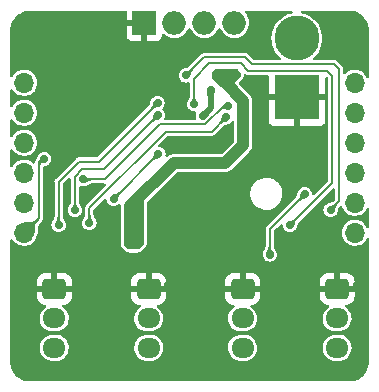
<source format=gbl>
G04 #@! TF.GenerationSoftware,KiCad,Pcbnew,7.0.1*
G04 #@! TF.CreationDate,2023-07-15T20:00:46+02:00*
G04 #@! TF.ProjectId,servo_level_shifter,73657276-6f5f-46c6-9576-656c5f736869,rev?*
G04 #@! TF.SameCoordinates,Original*
G04 #@! TF.FileFunction,Copper,L2,Bot*
G04 #@! TF.FilePolarity,Positive*
%FSLAX46Y46*%
G04 Gerber Fmt 4.6, Leading zero omitted, Abs format (unit mm)*
G04 Created by KiCad (PCBNEW 7.0.1) date 2023-07-15 20:00:46*
%MOMM*%
%LPD*%
G01*
G04 APERTURE LIST*
G04 Aperture macros list*
%AMRoundRect*
0 Rectangle with rounded corners*
0 $1 Rounding radius*
0 $2 $3 $4 $5 $6 $7 $8 $9 X,Y pos of 4 corners*
0 Add a 4 corners polygon primitive as box body*
4,1,4,$2,$3,$4,$5,$6,$7,$8,$9,$2,$3,0*
0 Add four circle primitives for the rounded corners*
1,1,$1+$1,$2,$3*
1,1,$1+$1,$4,$5*
1,1,$1+$1,$6,$7*
1,1,$1+$1,$8,$9*
0 Add four rect primitives between the rounded corners*
20,1,$1+$1,$2,$3,$4,$5,0*
20,1,$1+$1,$4,$5,$6,$7,0*
20,1,$1+$1,$6,$7,$8,$9,0*
20,1,$1+$1,$8,$9,$2,$3,0*%
G04 Aperture macros list end*
G04 #@! TA.AperFunction,ComponentPad*
%ADD10O,2.000000X2.000000*%
G04 #@! TD*
G04 #@! TA.AperFunction,ComponentPad*
%ADD11O,1.700000X1.700000*%
G04 #@! TD*
G04 #@! TA.AperFunction,ComponentPad*
%ADD12R,2.000000X2.000000*%
G04 #@! TD*
G04 #@! TA.AperFunction,ComponentPad*
%ADD13C,3.800000*%
G04 #@! TD*
G04 #@! TA.AperFunction,ComponentPad*
%ADD14R,3.800000X3.800000*%
G04 #@! TD*
G04 #@! TA.AperFunction,ComponentPad*
%ADD15O,1.950000X1.700000*%
G04 #@! TD*
G04 #@! TA.AperFunction,ComponentPad*
%ADD16RoundRect,0.250000X-0.725000X0.600000X-0.725000X-0.600000X0.725000X-0.600000X0.725000X0.600000X0*%
G04 #@! TD*
G04 #@! TA.AperFunction,ViaPad*
%ADD17C,0.700000*%
G04 #@! TD*
G04 #@! TA.AperFunction,Conductor*
%ADD18C,0.200000*%
G04 #@! TD*
G04 #@! TA.AperFunction,Conductor*
%ADD19C,1.000000*%
G04 #@! TD*
G04 #@! TA.AperFunction,Conductor*
%ADD20C,0.500000*%
G04 #@! TD*
G04 APERTURE END LIST*
D10*
X106565000Y-53195000D03*
X104025000Y-53195000D03*
D11*
X116755000Y-58275000D03*
X116755000Y-60815000D03*
X116755000Y-63355000D03*
X116755000Y-65895000D03*
X116755000Y-68435000D03*
X116755000Y-70975000D03*
X88755000Y-70975000D03*
X88755000Y-68435000D03*
X88755000Y-65895000D03*
X88755000Y-63355000D03*
X88755000Y-60815000D03*
X88755000Y-58275000D03*
D10*
X101485000Y-53195000D03*
D12*
X98945000Y-53195000D03*
D13*
X111855000Y-54505000D03*
D14*
X111855000Y-59505000D03*
D15*
X91305000Y-80705000D03*
X91305000Y-78205000D03*
D16*
X91305000Y-75705000D03*
D15*
X99305000Y-80705000D03*
X99305000Y-78205000D03*
D16*
X99305000Y-75705000D03*
D15*
X107255000Y-80705000D03*
X107255000Y-78205000D03*
D16*
X107255000Y-75705000D03*
X115255000Y-75705000D03*
D15*
X115255000Y-78205000D03*
X115255000Y-80705000D03*
D17*
X94930000Y-73405000D03*
X94930000Y-77405000D03*
X94930000Y-75405000D03*
X116930000Y-81410357D03*
X116930000Y-79410357D03*
X116930000Y-77410357D03*
X116930000Y-75410357D03*
X116930000Y-73410357D03*
X116930000Y-55410357D03*
X116930000Y-53410357D03*
X114930000Y-73410357D03*
X114930000Y-55410357D03*
X114930000Y-53410357D03*
X110930000Y-77410357D03*
X110930000Y-75410357D03*
X110930000Y-73410357D03*
X108930000Y-69410357D03*
X104930000Y-77410357D03*
X102930000Y-71410357D03*
X100930000Y-77410357D03*
X100930000Y-75410357D03*
X100930000Y-73410357D03*
X98930000Y-73410357D03*
X96930000Y-73410357D03*
X96930000Y-55410357D03*
X96930000Y-53410357D03*
X94930000Y-55410357D03*
X94930000Y-53410357D03*
X92930000Y-53410357D03*
X90930000Y-73410357D03*
X90930000Y-57410357D03*
X90930000Y-55410357D03*
X90930000Y-53410357D03*
X88930000Y-81410357D03*
X88930000Y-79410357D03*
X88930000Y-77410357D03*
X88930000Y-75410357D03*
X88930000Y-73410357D03*
X88930000Y-55410357D03*
X88930000Y-53410357D03*
X97605000Y-70205000D03*
X97605000Y-71205000D03*
X98505000Y-71705000D03*
X98505000Y-69705000D03*
X98505000Y-70705000D03*
X104980000Y-57555000D03*
X106705000Y-57530000D03*
X100130000Y-64280000D03*
X96330000Y-68080000D03*
X97854500Y-60380000D03*
X103729500Y-68855000D03*
X102452590Y-57647471D03*
X103155000Y-60080000D03*
X105830000Y-57530000D03*
X100055000Y-59955000D03*
X100080000Y-61005000D03*
X93055000Y-69055000D03*
X91680000Y-70305000D03*
X111255000Y-70330000D03*
X114704500Y-69030000D03*
X105855000Y-61180000D03*
X94280000Y-70130000D03*
X106055000Y-60230000D03*
X93755500Y-66430000D03*
X103885864Y-61086365D03*
X104555000Y-58905000D03*
X108905000Y-58255000D03*
X90455000Y-64705000D03*
X105130000Y-66380000D03*
X112505000Y-67705000D03*
X109555000Y-72805000D03*
X99255000Y-55655000D03*
X93530000Y-56585000D03*
X94205000Y-60710000D03*
X103655000Y-63830000D03*
X104905000Y-63805000D03*
D18*
X109555000Y-72805000D02*
X109555000Y-70655000D01*
X109555000Y-70655000D02*
X112505000Y-67705000D01*
D19*
X107305000Y-59780000D02*
X105830000Y-58305000D01*
X107305000Y-63530000D02*
X107305000Y-59780000D01*
X105780000Y-65055000D02*
X107305000Y-63530000D01*
X101430000Y-65055000D02*
X105780000Y-65055000D01*
X97755000Y-68730000D02*
X101430000Y-65055000D01*
D18*
X107730000Y-57255000D02*
X114430000Y-57255000D01*
X114430000Y-57255000D02*
X114855000Y-57680000D01*
X114855000Y-57680000D02*
X114855000Y-66730000D01*
X107105000Y-56630000D02*
X107730000Y-57255000D01*
X104430000Y-56630000D02*
X107105000Y-56630000D01*
X114855000Y-66730000D02*
X111255000Y-70330000D01*
X103155000Y-57905000D02*
X104430000Y-56630000D01*
X103155000Y-60080000D02*
X103155000Y-57905000D01*
X115430000Y-68304500D02*
X114704500Y-69030000D01*
X115030000Y-56705000D02*
X115430000Y-57105000D01*
X108080000Y-56705000D02*
X115030000Y-56705000D01*
X104005000Y-56105000D02*
X107480000Y-56105000D01*
X107480000Y-56105000D02*
X108080000Y-56705000D01*
X102462529Y-57647471D02*
X104005000Y-56105000D01*
X102452590Y-57647471D02*
X102462529Y-57647471D01*
X115430000Y-57105000D02*
X115430000Y-68304500D01*
X96330000Y-68080000D02*
X100130000Y-64280000D01*
X100730000Y-62405000D02*
X94280000Y-68855000D01*
X94280000Y-68855000D02*
X94280000Y-70130000D01*
X104630000Y-62405000D02*
X100730000Y-62405000D01*
X105855000Y-61180000D02*
X104630000Y-62405000D01*
D20*
X104555000Y-60417229D02*
X104555000Y-58905000D01*
X103885864Y-61086365D02*
X104555000Y-60417229D01*
D18*
X91680000Y-66655000D02*
X91680000Y-70305000D01*
X95080000Y-64930000D02*
X93405000Y-64930000D01*
X93405000Y-64930000D02*
X91680000Y-66655000D01*
X100055000Y-59955000D02*
X95080000Y-64930000D01*
X105660761Y-60230000D02*
X106055000Y-60230000D01*
X104110761Y-61780000D02*
X105660761Y-60230000D01*
X100280000Y-61780000D02*
X104110761Y-61780000D01*
X95630000Y-66430000D02*
X100280000Y-61780000D01*
X93755500Y-66430000D02*
X95630000Y-66430000D01*
X93055000Y-66211261D02*
X93055000Y-69055000D01*
X93686261Y-65580000D02*
X93055000Y-66211261D01*
X95505000Y-65580000D02*
X93686261Y-65580000D01*
X100080000Y-61005000D02*
X95505000Y-65580000D01*
X90030000Y-69700000D02*
X88755000Y-70975000D01*
X90455000Y-64705000D02*
X90030000Y-65130000D01*
X90030000Y-65130000D02*
X90030000Y-69700000D01*
G04 #@! TA.AperFunction,Conductor*
G36*
X97383000Y-52172113D02*
G01*
X97428387Y-52217500D01*
X97445000Y-52279500D01*
X97445000Y-52945000D01*
X99071000Y-52945000D01*
X99133000Y-52961613D01*
X99178387Y-53007000D01*
X99195000Y-53069000D01*
X99195000Y-54695000D01*
X99992824Y-54695000D01*
X100052375Y-54688597D01*
X100187089Y-54638352D01*
X100302188Y-54552188D01*
X100388352Y-54437089D01*
X100438597Y-54302375D01*
X100445000Y-54242824D01*
X100445000Y-54222837D01*
X100458515Y-54166542D01*
X100496115Y-54122519D01*
X100549602Y-54100364D01*
X100607318Y-54104906D01*
X100656681Y-54135156D01*
X100678123Y-54156598D01*
X100857361Y-54282102D01*
X101055670Y-54374575D01*
X101267023Y-54431207D01*
X101485000Y-54450277D01*
X101702977Y-54431207D01*
X101914330Y-54374575D01*
X102112639Y-54282102D01*
X102291877Y-54156598D01*
X102446598Y-54001877D01*
X102572102Y-53822639D01*
X102642617Y-53671417D01*
X102688375Y-53619241D01*
X102755000Y-53599822D01*
X102821625Y-53619241D01*
X102867382Y-53671417D01*
X102937898Y-53822639D01*
X103063402Y-54001877D01*
X103218123Y-54156598D01*
X103397361Y-54282102D01*
X103595670Y-54374575D01*
X103807023Y-54431207D01*
X104025000Y-54450277D01*
X104242977Y-54431207D01*
X104454330Y-54374575D01*
X104652639Y-54282102D01*
X104831877Y-54156598D01*
X104986598Y-54001877D01*
X105112102Y-53822639D01*
X105182617Y-53671417D01*
X105228375Y-53619241D01*
X105295000Y-53599822D01*
X105361625Y-53619241D01*
X105407382Y-53671417D01*
X105477898Y-53822639D01*
X105603402Y-54001877D01*
X105758123Y-54156598D01*
X105937361Y-54282102D01*
X106135670Y-54374575D01*
X106347023Y-54431207D01*
X106565000Y-54450277D01*
X106782977Y-54431207D01*
X106994330Y-54374575D01*
X107192639Y-54282102D01*
X107371877Y-54156598D01*
X107526598Y-54001877D01*
X107652102Y-53822639D01*
X107744575Y-53624330D01*
X107801207Y-53412977D01*
X107820277Y-53195000D01*
X107801207Y-52977023D01*
X107744575Y-52765670D01*
X107652102Y-52567362D01*
X107526598Y-52388123D01*
X107505656Y-52367181D01*
X107475406Y-52317818D01*
X107470864Y-52260102D01*
X107493019Y-52206615D01*
X107537042Y-52169015D01*
X107593337Y-52155500D01*
X111367494Y-52155500D01*
X111424542Y-52169402D01*
X111468798Y-52207992D01*
X111490339Y-52262615D01*
X111484334Y-52321025D01*
X111452131Y-52370124D01*
X111400949Y-52398901D01*
X111133159Y-52473933D01*
X111133156Y-52473933D01*
X111133153Y-52473935D01*
X110863319Y-52591139D01*
X110611951Y-52744000D01*
X110383739Y-52929665D01*
X110182933Y-53144674D01*
X110013279Y-53385020D01*
X109877926Y-53646239D01*
X109779407Y-53923446D01*
X109719552Y-54211484D01*
X109699474Y-54505000D01*
X109719552Y-54798515D01*
X109779407Y-55086553D01*
X109877926Y-55363760D01*
X110013279Y-55624979D01*
X110182933Y-55865325D01*
X110383739Y-56080334D01*
X110383740Y-56080335D01*
X110450087Y-56134313D01*
X110486230Y-56182657D01*
X110495266Y-56242338D01*
X110475052Y-56299215D01*
X110430378Y-56339808D01*
X110371832Y-56354500D01*
X108276544Y-56354500D01*
X108229091Y-56345061D01*
X108188863Y-56318181D01*
X107762638Y-55891956D01*
X107746509Y-55872094D01*
X107741437Y-55864330D01*
X107718533Y-55846504D01*
X107707508Y-55836768D01*
X107691653Y-55825448D01*
X107687544Y-55822384D01*
X107643229Y-55787892D01*
X107589409Y-55771869D01*
X107584531Y-55770306D01*
X107531421Y-55752074D01*
X107475332Y-55754394D01*
X107470208Y-55754500D01*
X104054207Y-55754500D01*
X104028761Y-55751861D01*
X104019685Y-55749958D01*
X103990884Y-55753548D01*
X103976203Y-55754459D01*
X103956986Y-55757665D01*
X103951924Y-55758402D01*
X103896192Y-55765350D01*
X103846813Y-55792072D01*
X103842261Y-55794415D01*
X103791804Y-55819082D01*
X103753780Y-55860387D01*
X103750233Y-55864083D01*
X102736212Y-56878104D01*
X102709520Y-56898388D01*
X102708052Y-56899217D01*
X102708050Y-56899217D01*
X102708049Y-56899219D01*
X102638066Y-56958146D01*
X102612459Y-56974791D01*
X102597460Y-56982090D01*
X102571370Y-56991349D01*
X102523130Y-57002602D01*
X102519818Y-57003327D01*
X102414078Y-57024962D01*
X102414067Y-57024964D01*
X102414060Y-57024966D01*
X102408965Y-57026169D01*
X102399064Y-57028508D01*
X102397740Y-57028863D01*
X102383089Y-57033267D01*
X102249664Y-57077782D01*
X102206020Y-57099333D01*
X102198576Y-57102709D01*
X102149747Y-57122935D01*
X102024307Y-57219188D01*
X101928053Y-57344630D01*
X101867546Y-57490708D01*
X101846907Y-57647471D01*
X101867546Y-57804233D01*
X101928053Y-57950311D01*
X102024307Y-58075753D01*
X102129988Y-58156844D01*
X102149749Y-58172007D01*
X102295828Y-58232515D01*
X102452590Y-58253153D01*
X102609352Y-58232515D01*
X102628769Y-58224471D01*
X102633048Y-58222700D01*
X102692655Y-58213858D01*
X102749391Y-58234159D01*
X102789858Y-58278808D01*
X102804500Y-58337261D01*
X102804500Y-59335052D01*
X102800101Y-59367786D01*
X102799463Y-59370114D01*
X102791904Y-59463390D01*
X102786166Y-59491917D01*
X102780033Y-59510670D01*
X102768848Y-59535348D01*
X102743991Y-59577288D01*
X102741816Y-59580822D01*
X102684614Y-59670362D01*
X102677361Y-59682434D01*
X102676762Y-59683496D01*
X102670192Y-59695931D01*
X102608062Y-59821769D01*
X102593084Y-59866603D01*
X102590035Y-59874762D01*
X102569956Y-59923237D01*
X102549317Y-60080000D01*
X102569956Y-60236762D01*
X102630463Y-60382840D01*
X102726717Y-60508282D01*
X102852159Y-60604536D01*
X102998238Y-60665044D01*
X103134360Y-60682964D01*
X103154999Y-60685682D01*
X103154999Y-60685681D01*
X103155000Y-60685682D01*
X103203156Y-60679342D01*
X103266794Y-60687720D01*
X103317718Y-60726794D01*
X103342281Y-60786095D01*
X103333903Y-60849733D01*
X103300820Y-60929602D01*
X103280181Y-61086364D01*
X103292509Y-61180000D01*
X103300820Y-61243127D01*
X103307001Y-61258051D01*
X103315843Y-61317653D01*
X103295543Y-61374390D01*
X103250893Y-61414858D01*
X103192440Y-61429500D01*
X100739722Y-61429500D01*
X100681269Y-61414858D01*
X100636620Y-61374391D01*
X100616319Y-61317654D01*
X100625161Y-61258047D01*
X100665044Y-61161762D01*
X100685682Y-61005000D01*
X100665044Y-60848238D01*
X100604536Y-60702159D01*
X100508282Y-60576718D01*
X100497502Y-60568446D01*
X100458426Y-60517523D01*
X100450047Y-60453884D01*
X100474610Y-60394582D01*
X100483278Y-60383284D01*
X100483282Y-60383282D01*
X100579536Y-60257841D01*
X100640044Y-60111762D01*
X100660682Y-59955000D01*
X100640044Y-59798238D01*
X100579536Y-59652159D01*
X100560387Y-59627203D01*
X100483282Y-59526717D01*
X100357840Y-59430463D01*
X100211762Y-59369956D01*
X100055000Y-59349317D01*
X99898237Y-59369956D01*
X99752159Y-59430463D01*
X99626717Y-59526717D01*
X99530464Y-59652157D01*
X99510359Y-59700694D01*
X99506743Y-59708623D01*
X99485659Y-59750856D01*
X99440618Y-59883751D01*
X99440608Y-59883784D01*
X99437352Y-59894324D01*
X99436515Y-59897032D01*
X99436169Y-59898267D01*
X99432727Y-59912055D01*
X99409859Y-60015821D01*
X99408898Y-60019859D01*
X99396823Y-60067072D01*
X99387283Y-60092429D01*
X99378357Y-60110031D01*
X99362243Y-60134259D01*
X99301631Y-60205563D01*
X99300428Y-60207674D01*
X99280400Y-60233916D01*
X94971137Y-64543181D01*
X94930909Y-64570061D01*
X94883456Y-64579500D01*
X93454207Y-64579500D01*
X93428761Y-64576861D01*
X93419685Y-64574958D01*
X93390884Y-64578548D01*
X93376203Y-64579459D01*
X93356986Y-64582665D01*
X93351924Y-64583402D01*
X93296192Y-64590350D01*
X93246813Y-64617072D01*
X93242261Y-64619415D01*
X93191804Y-64644082D01*
X93153780Y-64685387D01*
X93150233Y-64689083D01*
X91466955Y-66372361D01*
X91447104Y-66388483D01*
X91439332Y-66393561D01*
X91421500Y-66416471D01*
X91411765Y-66427496D01*
X91400441Y-66443357D01*
X91397392Y-66447445D01*
X91381666Y-66467651D01*
X91362891Y-66491773D01*
X91346871Y-66545582D01*
X91345309Y-66550458D01*
X91327074Y-66603577D01*
X91329394Y-66659668D01*
X91329500Y-66664792D01*
X91329500Y-69560052D01*
X91325101Y-69592786D01*
X91324463Y-69595114D01*
X91316904Y-69688390D01*
X91311166Y-69716917D01*
X91305033Y-69735670D01*
X91293848Y-69760348D01*
X91268991Y-69802288D01*
X91266816Y-69805822D01*
X91209614Y-69895362D01*
X91202361Y-69907434D01*
X91201762Y-69908496D01*
X91195192Y-69920931D01*
X91133062Y-70046769D01*
X91118084Y-70091603D01*
X91115035Y-70099762D01*
X91094956Y-70148237D01*
X91074317Y-70305000D01*
X91094956Y-70461762D01*
X91155463Y-70607840D01*
X91251717Y-70733282D01*
X91302068Y-70771917D01*
X91377159Y-70829536D01*
X91523238Y-70890044D01*
X91680000Y-70910682D01*
X91836762Y-70890044D01*
X91982841Y-70829536D01*
X92108282Y-70733282D01*
X92204536Y-70607841D01*
X92265044Y-70461762D01*
X92285682Y-70305000D01*
X92265044Y-70148238D01*
X92244957Y-70099744D01*
X92241925Y-70091631D01*
X92226936Y-70046768D01*
X92164798Y-69920917D01*
X92158256Y-69908534D01*
X92157625Y-69907415D01*
X92150383Y-69895362D01*
X92093138Y-69805755D01*
X92090984Y-69802253D01*
X92066149Y-69760351D01*
X92054962Y-69735670D01*
X92054263Y-69733534D01*
X92048829Y-69716917D01*
X92043093Y-69688394D01*
X92035536Y-69595117D01*
X92035536Y-69595115D01*
X92034898Y-69592783D01*
X92030500Y-69560053D01*
X92030500Y-66851544D01*
X92039939Y-66804091D01*
X92066819Y-66763863D01*
X92249773Y-66580909D01*
X92492819Y-66337861D01*
X92542182Y-66307612D01*
X92599898Y-66303070D01*
X92653385Y-66325225D01*
X92690985Y-66369248D01*
X92704500Y-66425543D01*
X92704500Y-68310052D01*
X92700101Y-68342786D01*
X92699463Y-68345114D01*
X92691904Y-68438390D01*
X92686166Y-68466917D01*
X92680033Y-68485670D01*
X92668848Y-68510348D01*
X92643991Y-68552288D01*
X92641816Y-68555822D01*
X92584614Y-68645362D01*
X92577361Y-68657434D01*
X92576762Y-68658496D01*
X92570192Y-68670931D01*
X92508062Y-68796769D01*
X92493084Y-68841603D01*
X92490035Y-68849762D01*
X92469956Y-68898237D01*
X92449317Y-69054999D01*
X92469956Y-69211762D01*
X92530463Y-69357840D01*
X92626717Y-69483282D01*
X92744454Y-69573624D01*
X92752159Y-69579536D01*
X92898238Y-69640044D01*
X93055000Y-69660682D01*
X93211762Y-69640044D01*
X93357841Y-69579536D01*
X93483282Y-69483282D01*
X93579536Y-69357841D01*
X93640044Y-69211762D01*
X93660682Y-69055000D01*
X93640044Y-68898238D01*
X93619957Y-68849744D01*
X93616925Y-68841631D01*
X93601936Y-68796768D01*
X93539798Y-68670917D01*
X93533256Y-68658534D01*
X93532625Y-68657415D01*
X93525383Y-68645362D01*
X93468138Y-68555755D01*
X93465984Y-68552253D01*
X93441149Y-68510351D01*
X93429962Y-68485670D01*
X93429860Y-68485359D01*
X93423829Y-68466917D01*
X93418093Y-68438394D01*
X93410536Y-68345117D01*
X93410536Y-68345115D01*
X93409898Y-68342783D01*
X93405500Y-68310053D01*
X93405500Y-67120581D01*
X93420142Y-67062128D01*
X93460609Y-67017479D01*
X93517345Y-66997178D01*
X93576952Y-67006020D01*
X93598738Y-67015044D01*
X93755500Y-67035682D01*
X93912262Y-67015044D01*
X93960755Y-66994956D01*
X93968850Y-66991930D01*
X94013732Y-66976935D01*
X94139582Y-66914797D01*
X94151964Y-66908256D01*
X94153083Y-66907625D01*
X94165136Y-66900383D01*
X94254732Y-66843144D01*
X94258231Y-66840991D01*
X94300148Y-66816146D01*
X94324817Y-66804964D01*
X94343577Y-66798829D01*
X94372095Y-66793094D01*
X94465382Y-66785536D01*
X94467720Y-66784896D01*
X94500446Y-66780500D01*
X95559455Y-66780500D01*
X95615750Y-66794015D01*
X95659773Y-66831615D01*
X95681928Y-66885102D01*
X95677386Y-66942818D01*
X95647136Y-66992181D01*
X94066955Y-68572361D01*
X94047104Y-68588483D01*
X94039332Y-68593561D01*
X94021500Y-68616471D01*
X94011765Y-68627496D01*
X94000441Y-68643357D01*
X93997392Y-68647445D01*
X93988762Y-68658534D01*
X93962891Y-68691773D01*
X93946871Y-68745582D01*
X93945309Y-68750458D01*
X93927074Y-68803577D01*
X93929394Y-68859668D01*
X93929500Y-68864792D01*
X93929500Y-69385052D01*
X93925101Y-69417786D01*
X93924463Y-69420114D01*
X93916904Y-69513390D01*
X93911166Y-69541917D01*
X93905033Y-69560670D01*
X93893848Y-69585348D01*
X93868991Y-69627288D01*
X93866816Y-69630822D01*
X93809614Y-69720362D01*
X93802361Y-69732434D01*
X93801762Y-69733496D01*
X93795192Y-69745931D01*
X93733062Y-69871769D01*
X93718084Y-69916603D01*
X93715035Y-69924762D01*
X93694956Y-69973237D01*
X93674317Y-70130000D01*
X93694956Y-70286762D01*
X93755463Y-70432840D01*
X93851717Y-70558282D01*
X93948884Y-70632840D01*
X93977159Y-70654536D01*
X94123238Y-70715044D01*
X94280000Y-70735682D01*
X94436762Y-70715044D01*
X94582841Y-70654536D01*
X94708282Y-70558282D01*
X94804536Y-70432841D01*
X94865044Y-70286762D01*
X94885682Y-70130000D01*
X94865044Y-69973238D01*
X94844957Y-69924744D01*
X94841925Y-69916631D01*
X94826936Y-69871768D01*
X94764798Y-69745917D01*
X94758256Y-69733534D01*
X94757625Y-69732415D01*
X94750383Y-69720362D01*
X94693138Y-69630755D01*
X94690984Y-69627253D01*
X94666149Y-69585351D01*
X94654962Y-69560670D01*
X94654760Y-69560053D01*
X94648829Y-69541917D01*
X94643093Y-69513394D01*
X94635536Y-69420117D01*
X94635536Y-69420115D01*
X94634898Y-69417783D01*
X94630500Y-69385053D01*
X94630500Y-69051544D01*
X94639939Y-69004091D01*
X94666819Y-68963863D01*
X95091582Y-68539100D01*
X95526318Y-68104362D01*
X95585841Y-68071283D01*
X95653857Y-68074625D01*
X95709852Y-68113379D01*
X95736938Y-68175858D01*
X95744956Y-68236762D01*
X95805463Y-68382840D01*
X95901717Y-68508282D01*
X96027158Y-68604535D01*
X96027159Y-68604536D01*
X96173238Y-68665044D01*
X96330000Y-68685682D01*
X96486762Y-68665044D01*
X96632841Y-68604536D01*
X96726942Y-68532329D01*
X96779030Y-68508934D01*
X96836082Y-68511362D01*
X96885997Y-68539100D01*
X96918188Y-68586265D01*
X96925829Y-68642856D01*
X96924500Y-68656356D01*
X96924500Y-71903638D01*
X96929409Y-71953488D01*
X96938847Y-72000936D01*
X96953387Y-72048867D01*
X96976998Y-72093039D01*
X97003879Y-72133269D01*
X97035654Y-72171986D01*
X97388013Y-72524345D01*
X97426730Y-72556120D01*
X97466960Y-72583001D01*
X97490800Y-72595744D01*
X97511132Y-72606612D01*
X97559063Y-72621152D01*
X97606516Y-72630591D01*
X97656362Y-72635500D01*
X98378638Y-72635500D01*
X98428484Y-72630591D01*
X98475937Y-72621152D01*
X98523868Y-72606612D01*
X98568041Y-72583000D01*
X98608269Y-72556120D01*
X98646985Y-72524347D01*
X99024347Y-72146985D01*
X99056120Y-72108269D01*
X99083000Y-72068041D01*
X99106612Y-72023868D01*
X99121152Y-71975937D01*
X99130591Y-71928484D01*
X99135500Y-71878638D01*
X99135500Y-68462230D01*
X99144939Y-68414777D01*
X99171819Y-68374549D01*
X99946559Y-67599809D01*
X107896828Y-67599809D01*
X107906613Y-67830165D01*
X107955190Y-68055564D01*
X108041157Y-68269502D01*
X108041159Y-68269506D01*
X108162049Y-68465843D01*
X108239706Y-68554079D01*
X108314381Y-68638927D01*
X108493768Y-68783772D01*
X108695063Y-68896221D01*
X108912464Y-68973034D01*
X109139713Y-69012000D01*
X109139715Y-69012000D01*
X109312535Y-69012000D01*
X109312539Y-69012000D01*
X109427337Y-69002228D01*
X109484739Y-68997343D01*
X109707869Y-68939245D01*
X109917971Y-68844273D01*
X110109000Y-68715159D01*
X110275462Y-68555619D01*
X110412566Y-68370242D01*
X110516370Y-68164360D01*
X110583886Y-67943897D01*
X110613172Y-67715194D01*
X110603386Y-67484832D01*
X110554810Y-67259438D01*
X110468841Y-67045494D01*
X110347951Y-66849157D01*
X110216949Y-66700309D01*
X110195618Y-66676072D01*
X110016231Y-66531227D01*
X109814936Y-66418778D01*
X109597535Y-66341965D01*
X109370287Y-66303000D01*
X109370285Y-66303000D01*
X109197465Y-66303000D01*
X109197461Y-66303000D01*
X109025262Y-66317656D01*
X108802129Y-66375755D01*
X108592029Y-66470726D01*
X108401000Y-66599840D01*
X108234537Y-66759381D01*
X108097434Y-66944757D01*
X107993630Y-67150639D01*
X107937323Y-67334500D01*
X107926114Y-67371103D01*
X107902820Y-67553018D01*
X107896828Y-67599809D01*
X99946559Y-67599809D01*
X101704549Y-65841819D01*
X101744777Y-65814939D01*
X101792230Y-65805500D01*
X105716294Y-65805500D01*
X105734264Y-65806809D01*
X105738320Y-65807402D01*
X105758023Y-65810289D01*
X105807368Y-65805972D01*
X105818176Y-65805500D01*
X105823706Y-65805500D01*
X105823709Y-65805500D01*
X105854550Y-65801894D01*
X105858031Y-65801539D01*
X105932797Y-65794999D01*
X105932797Y-65794998D01*
X105934052Y-65794889D01*
X105953062Y-65790674D01*
X105954250Y-65790241D01*
X105954255Y-65790241D01*
X106024820Y-65764557D01*
X106028095Y-65763419D01*
X106099334Y-65739814D01*
X106099336Y-65739812D01*
X106100536Y-65739415D01*
X106118063Y-65730929D01*
X106119112Y-65730238D01*
X106119117Y-65730237D01*
X106181806Y-65689005D01*
X106184798Y-65687099D01*
X106248656Y-65647712D01*
X106248656Y-65647711D01*
X106249729Y-65647050D01*
X106264824Y-65634753D01*
X106265692Y-65633832D01*
X106265696Y-65633830D01*
X106317185Y-65579253D01*
X106319631Y-65576735D01*
X107790638Y-64105727D01*
X107804256Y-64093957D01*
X107823530Y-64079610D01*
X107855384Y-64041647D01*
X107862671Y-64033694D01*
X107866591Y-64029776D01*
X107885820Y-64005454D01*
X107888077Y-64002685D01*
X107909496Y-63977159D01*
X107936302Y-63945214D01*
X107936303Y-63945211D01*
X107937115Y-63944244D01*
X107947573Y-63927827D01*
X107948106Y-63926682D01*
X107948111Y-63926677D01*
X107979833Y-63858646D01*
X107981362Y-63855488D01*
X108015040Y-63788433D01*
X108015040Y-63788432D01*
X108015612Y-63787294D01*
X108022000Y-63768915D01*
X108022255Y-63767675D01*
X108022257Y-63767673D01*
X108037435Y-63694157D01*
X108038200Y-63690708D01*
X108055500Y-63617721D01*
X108055500Y-63617719D01*
X108055791Y-63616491D01*
X108057770Y-63597120D01*
X108057733Y-63595858D01*
X108057734Y-63595855D01*
X108055552Y-63520868D01*
X108055500Y-63517262D01*
X108055500Y-59843706D01*
X108056809Y-59825736D01*
X108059689Y-59806070D01*
X108060289Y-59801977D01*
X108056179Y-59755000D01*
X109455000Y-59755000D01*
X109455000Y-61452824D01*
X109461402Y-61512375D01*
X109511647Y-61647089D01*
X109597811Y-61762188D01*
X109712910Y-61848352D01*
X109847624Y-61898597D01*
X109907176Y-61905000D01*
X111605000Y-61905000D01*
X111605000Y-59755000D01*
X112105000Y-59755000D01*
X112105000Y-61905000D01*
X113802824Y-61905000D01*
X113862375Y-61898597D01*
X113997089Y-61848352D01*
X114112188Y-61762188D01*
X114198352Y-61647089D01*
X114248597Y-61512375D01*
X114255000Y-61452824D01*
X114255000Y-59755000D01*
X112105000Y-59755000D01*
X111605000Y-59755000D01*
X109455000Y-59755000D01*
X108056179Y-59755000D01*
X108055972Y-59752631D01*
X108055500Y-59741824D01*
X108055500Y-59736289D01*
X108051903Y-59705521D01*
X108051536Y-59701929D01*
X108049829Y-59682415D01*
X108044999Y-59627203D01*
X108044998Y-59627201D01*
X108044889Y-59625949D01*
X108040672Y-59606930D01*
X108030535Y-59579079D01*
X108014591Y-59535273D01*
X108013408Y-59531868D01*
X107989417Y-59459468D01*
X107980929Y-59441936D01*
X107980237Y-59440884D01*
X107980237Y-59440883D01*
X107938999Y-59378184D01*
X107937087Y-59375181D01*
X107932431Y-59367633D01*
X107921134Y-59349317D01*
X107897050Y-59310270D01*
X107884750Y-59295172D01*
X107829290Y-59242848D01*
X107826703Y-59240335D01*
X106979030Y-58392662D01*
X106946936Y-58337074D01*
X106946936Y-58272887D01*
X106979027Y-58217302D01*
X107224347Y-57971985D01*
X107256120Y-57933269D01*
X107283000Y-57893041D01*
X107306612Y-57848868D01*
X107321152Y-57800937D01*
X107330591Y-57753484D01*
X107335500Y-57703638D01*
X107335500Y-57645748D01*
X107354312Y-57580087D01*
X107405039Y-57534348D01*
X107472291Y-57522409D01*
X107535661Y-57547894D01*
X107566770Y-57572107D01*
X107620578Y-57588126D01*
X107625452Y-57589687D01*
X107671512Y-57605500D01*
X107671513Y-57605500D01*
X107678577Y-57607925D01*
X107686043Y-57607616D01*
X107686046Y-57607617D01*
X107734668Y-57605605D01*
X107739792Y-57605500D01*
X109331000Y-57605500D01*
X109393000Y-57622113D01*
X109438387Y-57667500D01*
X109455000Y-57729500D01*
X109455000Y-59255000D01*
X114255000Y-59255000D01*
X114255000Y-57875043D01*
X114268515Y-57818748D01*
X114306115Y-57774725D01*
X114359602Y-57752570D01*
X114417318Y-57757112D01*
X114466681Y-57787362D01*
X114468181Y-57788862D01*
X114495061Y-57829090D01*
X114504500Y-57876543D01*
X114504500Y-66533456D01*
X114495061Y-66580909D01*
X114468181Y-66621137D01*
X113320315Y-67769002D01*
X113260791Y-67802082D01*
X113192775Y-67798740D01*
X113136781Y-67759986D01*
X113109695Y-67697506D01*
X113090044Y-67548238D01*
X113029536Y-67402159D01*
X112971584Y-67326634D01*
X112933282Y-67276717D01*
X112807840Y-67180463D01*
X112661762Y-67119956D01*
X112505000Y-67099317D01*
X112348237Y-67119956D01*
X112202159Y-67180463D01*
X112076717Y-67276717D01*
X111980464Y-67402157D01*
X111960359Y-67450694D01*
X111956743Y-67458623D01*
X111935659Y-67500856D01*
X111890618Y-67633751D01*
X111890608Y-67633784D01*
X111887137Y-67645020D01*
X111886515Y-67647032D01*
X111886169Y-67648267D01*
X111882727Y-67662055D01*
X111859859Y-67765821D01*
X111858898Y-67769859D01*
X111846823Y-67817072D01*
X111837283Y-67842429D01*
X111828357Y-67860031D01*
X111812243Y-67884259D01*
X111751631Y-67955563D01*
X111750428Y-67957674D01*
X111730400Y-67983916D01*
X109341955Y-70372361D01*
X109322104Y-70388483D01*
X109314332Y-70393561D01*
X109296500Y-70416471D01*
X109286765Y-70427496D01*
X109286302Y-70428145D01*
X109275772Y-70442894D01*
X109275441Y-70443357D01*
X109272392Y-70447445D01*
X109261474Y-70461474D01*
X109237891Y-70491773D01*
X109221871Y-70545582D01*
X109220309Y-70550458D01*
X109202074Y-70603577D01*
X109204394Y-70659668D01*
X109204500Y-70664792D01*
X109204500Y-72060052D01*
X109200101Y-72092786D01*
X109199463Y-72095114D01*
X109191904Y-72188390D01*
X109186166Y-72216917D01*
X109180033Y-72235670D01*
X109168848Y-72260348D01*
X109143991Y-72302288D01*
X109141816Y-72305822D01*
X109084614Y-72395362D01*
X109077361Y-72407434D01*
X109076762Y-72408496D01*
X109070192Y-72420931D01*
X109008062Y-72546769D01*
X108993084Y-72591603D01*
X108990035Y-72599762D01*
X108969956Y-72648237D01*
X108949317Y-72804999D01*
X108969956Y-72961762D01*
X109030463Y-73107840D01*
X109126717Y-73233282D01*
X109252158Y-73329535D01*
X109252159Y-73329536D01*
X109398238Y-73390044D01*
X109555000Y-73410682D01*
X109711762Y-73390044D01*
X109857841Y-73329536D01*
X109983282Y-73233282D01*
X110079536Y-73107841D01*
X110140044Y-72961762D01*
X110160682Y-72805000D01*
X110140044Y-72648238D01*
X110119957Y-72599744D01*
X110116925Y-72591631D01*
X110101936Y-72546768D01*
X110039798Y-72420917D01*
X110033256Y-72408534D01*
X110032625Y-72407415D01*
X110025383Y-72395362D01*
X109968138Y-72305755D01*
X109965984Y-72302253D01*
X109941149Y-72260351D01*
X109929962Y-72235670D01*
X109923830Y-72216919D01*
X109918093Y-72188394D01*
X109910536Y-72095117D01*
X109910536Y-72095115D01*
X109909898Y-72092783D01*
X109905500Y-72060053D01*
X109905500Y-70851544D01*
X109914939Y-70804091D01*
X109941819Y-70763863D01*
X110171541Y-70534141D01*
X110439685Y-70265996D01*
X110499207Y-70232917D01*
X110567223Y-70236259D01*
X110623218Y-70275013D01*
X110650304Y-70337492D01*
X110669956Y-70486762D01*
X110730463Y-70632840D01*
X110826717Y-70758282D01*
X110919578Y-70829536D01*
X110952159Y-70854536D01*
X111098238Y-70915044D01*
X111255000Y-70935682D01*
X111411762Y-70915044D01*
X111557841Y-70854536D01*
X111683282Y-70758282D01*
X111779536Y-70632841D01*
X111799625Y-70584338D01*
X111803229Y-70576438D01*
X111816196Y-70550458D01*
X111824340Y-70534142D01*
X111869390Y-70401214D01*
X111873516Y-70387845D01*
X111873861Y-70386608D01*
X111877267Y-70372953D01*
X111900157Y-70269076D01*
X111901087Y-70265170D01*
X111913172Y-70217917D01*
X111922710Y-70192569D01*
X111931636Y-70174967D01*
X111947749Y-70150742D01*
X112008361Y-70079445D01*
X112009563Y-70077336D01*
X112029594Y-70051086D01*
X114867819Y-67212860D01*
X114917182Y-67182611D01*
X114974898Y-67178069D01*
X115028385Y-67200224D01*
X115065985Y-67244247D01*
X115079500Y-67300542D01*
X115079500Y-68107955D01*
X115070061Y-68155409D01*
X115043180Y-68195638D01*
X114983413Y-68255403D01*
X114957173Y-68275428D01*
X114955065Y-68276629D01*
X114883759Y-68337243D01*
X114859531Y-68353357D01*
X114841929Y-68362283D01*
X114816572Y-68371823D01*
X114769359Y-68383898D01*
X114765321Y-68384859D01*
X114661555Y-68407727D01*
X114647815Y-68411156D01*
X114646590Y-68411498D01*
X114633271Y-68415612D01*
X114500356Y-68460659D01*
X114458123Y-68481743D01*
X114450194Y-68485359D01*
X114401657Y-68505464D01*
X114276217Y-68601717D01*
X114179963Y-68727159D01*
X114119456Y-68873237D01*
X114098817Y-69029999D01*
X114119456Y-69186762D01*
X114179963Y-69332840D01*
X114276217Y-69458282D01*
X114385216Y-69541919D01*
X114401659Y-69554536D01*
X114547738Y-69615044D01*
X114704500Y-69635682D01*
X114861262Y-69615044D01*
X115007341Y-69554536D01*
X115132782Y-69458282D01*
X115229036Y-69332841D01*
X115249125Y-69284338D01*
X115252729Y-69276438D01*
X115255662Y-69270561D01*
X115273840Y-69234142D01*
X115318890Y-69101214D01*
X115323016Y-69087845D01*
X115323361Y-69086608D01*
X115326767Y-69072953D01*
X115349657Y-68969076D01*
X115350587Y-68965170D01*
X115362672Y-68917917D01*
X115372210Y-68892569D01*
X115381136Y-68874967D01*
X115397249Y-68850742D01*
X115457861Y-68779445D01*
X115459063Y-68777336D01*
X115479094Y-68751086D01*
X115502456Y-68727724D01*
X115557581Y-68695757D01*
X115621305Y-68695389D01*
X115676798Y-68726719D01*
X115709401Y-68781473D01*
X115724417Y-68834250D01*
X115815324Y-69016818D01*
X115938236Y-69179580D01*
X116088958Y-69316981D01*
X116262361Y-69424347D01*
X116262363Y-69424348D01*
X116452544Y-69498024D01*
X116653024Y-69535500D01*
X116856974Y-69535500D01*
X116856976Y-69535500D01*
X117057456Y-69498024D01*
X117247637Y-69424348D01*
X117421041Y-69316981D01*
X117571764Y-69179579D01*
X117694673Y-69016821D01*
X117694673Y-69016819D01*
X117694675Y-69016818D01*
X117744500Y-68916756D01*
X117788285Y-68867824D01*
X117850918Y-68848112D01*
X117914835Y-68863145D01*
X117962115Y-68908709D01*
X117979500Y-68972027D01*
X117979500Y-70437973D01*
X117962115Y-70501291D01*
X117914835Y-70546855D01*
X117850918Y-70561888D01*
X117788285Y-70542176D01*
X117744500Y-70493244D01*
X117694675Y-70393181D01*
X117571763Y-70230419D01*
X117421041Y-70093018D01*
X117247638Y-69985652D01*
X117057457Y-69911976D01*
X116968578Y-69895362D01*
X116856976Y-69874500D01*
X116653024Y-69874500D01*
X116552783Y-69893238D01*
X116452542Y-69911976D01*
X116262361Y-69985652D01*
X116088958Y-70093018D01*
X115938236Y-70230419D01*
X115815324Y-70393181D01*
X115724418Y-70575748D01*
X115668602Y-70771916D01*
X115649785Y-70975000D01*
X115668602Y-71178083D01*
X115724418Y-71374251D01*
X115815324Y-71556818D01*
X115938236Y-71719580D01*
X116088958Y-71856981D01*
X116244817Y-71953484D01*
X116262363Y-71964348D01*
X116452544Y-72038024D01*
X116653024Y-72075500D01*
X116856974Y-72075500D01*
X116856976Y-72075500D01*
X117057456Y-72038024D01*
X117247637Y-71964348D01*
X117421041Y-71856981D01*
X117571764Y-71719579D01*
X117694673Y-71556821D01*
X117694673Y-71556819D01*
X117694675Y-71556818D01*
X117744500Y-71456756D01*
X117788285Y-71407824D01*
X117850918Y-71388112D01*
X117914835Y-71403145D01*
X117962115Y-71448709D01*
X117979500Y-71512027D01*
X117979500Y-81850572D01*
X117979184Y-81859418D01*
X117962834Y-82088017D01*
X117960316Y-82105529D01*
X117912543Y-82325137D01*
X117907559Y-82342112D01*
X117829019Y-82552688D01*
X117821669Y-82568782D01*
X117713959Y-82766036D01*
X117704394Y-82780919D01*
X117569710Y-82960836D01*
X117558124Y-82974207D01*
X117399207Y-83133124D01*
X117385836Y-83144710D01*
X117205919Y-83279394D01*
X117191036Y-83288959D01*
X116993782Y-83396669D01*
X116977688Y-83404019D01*
X116767112Y-83482559D01*
X116750137Y-83487543D01*
X116530529Y-83535316D01*
X116513017Y-83537834D01*
X116284418Y-83554184D01*
X116275572Y-83554500D01*
X89284450Y-83554500D01*
X89275600Y-83554184D01*
X89248507Y-83552245D01*
X89046995Y-83537823D01*
X89029484Y-83535304D01*
X88809877Y-83487523D01*
X88792909Y-83482540D01*
X88582316Y-83403986D01*
X88566253Y-83396649D01*
X88368983Y-83288928D01*
X88354114Y-83279372D01*
X88174186Y-83144677D01*
X88160823Y-83133097D01*
X88001902Y-82974176D01*
X87990323Y-82960814D01*
X87855625Y-82780882D01*
X87846073Y-82766020D01*
X87738347Y-82568740D01*
X87731015Y-82552688D01*
X87652455Y-82342081D01*
X87647476Y-82325122D01*
X87635577Y-82270435D01*
X87599695Y-82105515D01*
X87597176Y-82088003D01*
X87580816Y-81859401D01*
X87580500Y-81850550D01*
X87580500Y-80652396D01*
X90075746Y-80652396D01*
X90085746Y-80862330D01*
X90135297Y-81066580D01*
X90222602Y-81257752D01*
X90332845Y-81412566D01*
X90344514Y-81428952D01*
X90496622Y-81573986D01*
X90568964Y-81620478D01*
X90673425Y-81687612D01*
X90712580Y-81703287D01*
X90868543Y-81765725D01*
X90997228Y-81790527D01*
X91074914Y-81805500D01*
X91074915Y-81805500D01*
X91482420Y-81805500D01*
X91482425Y-81805500D01*
X91639218Y-81790528D01*
X91840875Y-81731316D01*
X92027682Y-81635011D01*
X92192886Y-81505092D01*
X92330519Y-81346256D01*
X92435604Y-81164244D01*
X92504344Y-80965633D01*
X92534254Y-80757602D01*
X92529243Y-80652396D01*
X98075746Y-80652396D01*
X98085746Y-80862330D01*
X98135297Y-81066580D01*
X98222602Y-81257752D01*
X98332845Y-81412566D01*
X98344514Y-81428952D01*
X98496622Y-81573986D01*
X98568964Y-81620478D01*
X98673425Y-81687612D01*
X98712580Y-81703287D01*
X98868543Y-81765725D01*
X98997228Y-81790527D01*
X99074914Y-81805500D01*
X99074915Y-81805500D01*
X99482420Y-81805500D01*
X99482425Y-81805500D01*
X99639218Y-81790528D01*
X99840875Y-81731316D01*
X100027682Y-81635011D01*
X100192886Y-81505092D01*
X100330519Y-81346256D01*
X100435604Y-81164244D01*
X100504344Y-80965633D01*
X100534254Y-80757602D01*
X100529243Y-80652396D01*
X106025746Y-80652396D01*
X106035746Y-80862330D01*
X106085297Y-81066580D01*
X106172602Y-81257752D01*
X106282845Y-81412566D01*
X106294514Y-81428952D01*
X106446622Y-81573986D01*
X106518964Y-81620478D01*
X106623425Y-81687612D01*
X106662580Y-81703287D01*
X106818543Y-81765725D01*
X106947228Y-81790527D01*
X107024914Y-81805500D01*
X107024915Y-81805500D01*
X107432420Y-81805500D01*
X107432425Y-81805500D01*
X107589218Y-81790528D01*
X107790875Y-81731316D01*
X107977682Y-81635011D01*
X108142886Y-81505092D01*
X108280519Y-81346256D01*
X108385604Y-81164244D01*
X108454344Y-80965633D01*
X108484254Y-80757602D01*
X108479243Y-80652396D01*
X114025746Y-80652396D01*
X114035746Y-80862330D01*
X114085297Y-81066580D01*
X114172602Y-81257752D01*
X114282845Y-81412566D01*
X114294514Y-81428952D01*
X114446622Y-81573986D01*
X114518964Y-81620478D01*
X114623425Y-81687612D01*
X114662580Y-81703287D01*
X114818543Y-81765725D01*
X114947228Y-81790527D01*
X115024914Y-81805500D01*
X115024915Y-81805500D01*
X115432420Y-81805500D01*
X115432425Y-81805500D01*
X115589218Y-81790528D01*
X115790875Y-81731316D01*
X115977682Y-81635011D01*
X116142886Y-81505092D01*
X116280519Y-81346256D01*
X116385604Y-81164244D01*
X116454344Y-80965633D01*
X116484254Y-80757602D01*
X116474254Y-80547670D01*
X116424704Y-80343424D01*
X116424702Y-80343419D01*
X116337397Y-80152247D01*
X116215487Y-79981050D01*
X116215486Y-79981048D01*
X116063378Y-79836014D01*
X116031257Y-79815371D01*
X115886574Y-79722387D01*
X115730609Y-79659949D01*
X115691457Y-79644275D01*
X115691456Y-79644274D01*
X115691454Y-79644274D01*
X115485086Y-79604500D01*
X115485085Y-79604500D01*
X115077575Y-79604500D01*
X114979579Y-79613857D01*
X114920779Y-79619472D01*
X114719126Y-79678683D01*
X114532315Y-79774990D01*
X114367115Y-79904906D01*
X114229479Y-80063745D01*
X114124396Y-80245754D01*
X114055655Y-80444366D01*
X114025746Y-80652396D01*
X108479243Y-80652396D01*
X108474254Y-80547670D01*
X108424704Y-80343424D01*
X108424702Y-80343419D01*
X108337397Y-80152247D01*
X108215487Y-79981050D01*
X108215486Y-79981048D01*
X108063378Y-79836014D01*
X108031257Y-79815371D01*
X107886574Y-79722387D01*
X107730609Y-79659949D01*
X107691457Y-79644275D01*
X107691456Y-79644274D01*
X107691454Y-79644274D01*
X107485086Y-79604500D01*
X107485085Y-79604500D01*
X107077575Y-79604500D01*
X106979579Y-79613857D01*
X106920779Y-79619472D01*
X106719126Y-79678683D01*
X106532315Y-79774990D01*
X106367115Y-79904906D01*
X106229479Y-80063745D01*
X106124396Y-80245754D01*
X106055655Y-80444366D01*
X106025746Y-80652396D01*
X100529243Y-80652396D01*
X100524254Y-80547670D01*
X100474704Y-80343424D01*
X100474702Y-80343419D01*
X100387397Y-80152247D01*
X100265487Y-79981050D01*
X100265486Y-79981048D01*
X100113378Y-79836014D01*
X100081257Y-79815371D01*
X99936574Y-79722387D01*
X99780609Y-79659949D01*
X99741457Y-79644275D01*
X99741456Y-79644274D01*
X99741454Y-79644274D01*
X99535086Y-79604500D01*
X99535085Y-79604500D01*
X99127575Y-79604500D01*
X99029579Y-79613857D01*
X98970779Y-79619472D01*
X98769126Y-79678683D01*
X98582315Y-79774990D01*
X98417115Y-79904906D01*
X98279479Y-80063745D01*
X98174396Y-80245754D01*
X98105655Y-80444366D01*
X98075746Y-80652396D01*
X92529243Y-80652396D01*
X92524254Y-80547670D01*
X92474704Y-80343424D01*
X92474702Y-80343419D01*
X92387397Y-80152247D01*
X92265487Y-79981050D01*
X92265486Y-79981048D01*
X92113378Y-79836014D01*
X92081257Y-79815371D01*
X91936574Y-79722387D01*
X91780609Y-79659949D01*
X91741457Y-79644275D01*
X91741456Y-79644274D01*
X91741454Y-79644274D01*
X91535086Y-79604500D01*
X91535085Y-79604500D01*
X91127575Y-79604500D01*
X91029579Y-79613857D01*
X90970779Y-79619472D01*
X90769126Y-79678683D01*
X90582315Y-79774990D01*
X90417115Y-79904906D01*
X90279479Y-80063745D01*
X90174396Y-80245754D01*
X90105655Y-80444366D01*
X90075746Y-80652396D01*
X87580500Y-80652396D01*
X87580500Y-75955000D01*
X89830001Y-75955000D01*
X89830001Y-76354979D01*
X89840493Y-76457695D01*
X89895642Y-76624122D01*
X89987683Y-76773345D01*
X90111654Y-76897316D01*
X90260877Y-76989357D01*
X90427303Y-77044506D01*
X90518673Y-77053840D01*
X90573661Y-77073238D01*
X90613704Y-77115623D01*
X90629947Y-77171624D01*
X90618799Y-77228857D01*
X90582725Y-77274668D01*
X90417114Y-77404908D01*
X90279479Y-77563745D01*
X90174396Y-77745754D01*
X90105655Y-77944366D01*
X90075746Y-78152396D01*
X90085746Y-78362330D01*
X90135297Y-78566580D01*
X90222602Y-78757752D01*
X90332845Y-78912566D01*
X90344514Y-78928952D01*
X90496622Y-79073986D01*
X90568964Y-79120478D01*
X90673425Y-79187612D01*
X90712580Y-79203287D01*
X90868543Y-79265725D01*
X90997228Y-79290527D01*
X91074914Y-79305500D01*
X91074915Y-79305500D01*
X91482420Y-79305500D01*
X91482425Y-79305500D01*
X91639218Y-79290528D01*
X91840875Y-79231316D01*
X92027682Y-79135011D01*
X92192886Y-79005092D01*
X92330519Y-78846256D01*
X92435604Y-78664244D01*
X92504344Y-78465633D01*
X92534254Y-78257602D01*
X92524254Y-78047670D01*
X92474704Y-77843424D01*
X92474702Y-77843419D01*
X92387397Y-77652247D01*
X92265487Y-77481050D01*
X92265486Y-77481048D01*
X92113378Y-77336014D01*
X92080735Y-77315035D01*
X92029713Y-77282245D01*
X91988284Y-77238017D01*
X91972762Y-77179437D01*
X91986855Y-77120497D01*
X92027197Y-77075275D01*
X92084152Y-77054572D01*
X92182695Y-77044506D01*
X92349122Y-76989357D01*
X92498345Y-76897316D01*
X92622316Y-76773345D01*
X92714357Y-76624122D01*
X92769506Y-76457696D01*
X92780000Y-76354979D01*
X92780000Y-75955000D01*
X97830001Y-75955000D01*
X97830001Y-76354979D01*
X97840493Y-76457695D01*
X97895642Y-76624122D01*
X97987683Y-76773345D01*
X98111654Y-76897316D01*
X98260877Y-76989357D01*
X98427303Y-77044506D01*
X98518673Y-77053840D01*
X98573661Y-77073238D01*
X98613704Y-77115623D01*
X98629947Y-77171624D01*
X98618799Y-77228857D01*
X98582725Y-77274668D01*
X98417114Y-77404908D01*
X98279479Y-77563745D01*
X98174396Y-77745754D01*
X98105655Y-77944366D01*
X98075746Y-78152396D01*
X98085746Y-78362330D01*
X98135297Y-78566580D01*
X98222602Y-78757752D01*
X98332845Y-78912566D01*
X98344514Y-78928952D01*
X98496622Y-79073986D01*
X98568964Y-79120478D01*
X98673425Y-79187612D01*
X98712580Y-79203287D01*
X98868543Y-79265725D01*
X98997228Y-79290527D01*
X99074914Y-79305500D01*
X99074915Y-79305500D01*
X99482420Y-79305500D01*
X99482425Y-79305500D01*
X99639218Y-79290528D01*
X99840875Y-79231316D01*
X100027682Y-79135011D01*
X100192886Y-79005092D01*
X100330519Y-78846256D01*
X100435604Y-78664244D01*
X100504344Y-78465633D01*
X100534254Y-78257602D01*
X100524254Y-78047670D01*
X100474704Y-77843424D01*
X100474702Y-77843419D01*
X100387397Y-77652247D01*
X100265487Y-77481050D01*
X100265486Y-77481048D01*
X100113378Y-77336014D01*
X100080735Y-77315035D01*
X100029713Y-77282245D01*
X99988284Y-77238017D01*
X99972762Y-77179437D01*
X99986855Y-77120497D01*
X100027197Y-77075275D01*
X100084152Y-77054572D01*
X100182695Y-77044506D01*
X100349122Y-76989357D01*
X100498345Y-76897316D01*
X100622316Y-76773345D01*
X100714357Y-76624122D01*
X100769506Y-76457696D01*
X100780000Y-76354979D01*
X100780000Y-75955000D01*
X105780001Y-75955000D01*
X105780001Y-76354979D01*
X105790493Y-76457695D01*
X105845642Y-76624122D01*
X105937683Y-76773345D01*
X106061654Y-76897316D01*
X106210877Y-76989357D01*
X106377303Y-77044506D01*
X106468673Y-77053840D01*
X106523661Y-77073238D01*
X106563704Y-77115623D01*
X106579947Y-77171624D01*
X106568799Y-77228857D01*
X106532725Y-77274668D01*
X106367114Y-77404908D01*
X106229479Y-77563745D01*
X106124396Y-77745754D01*
X106055655Y-77944366D01*
X106025746Y-78152396D01*
X106035746Y-78362330D01*
X106085297Y-78566580D01*
X106172602Y-78757752D01*
X106282845Y-78912566D01*
X106294514Y-78928952D01*
X106446622Y-79073986D01*
X106518964Y-79120478D01*
X106623425Y-79187612D01*
X106662580Y-79203287D01*
X106818543Y-79265725D01*
X106947228Y-79290527D01*
X107024914Y-79305500D01*
X107024915Y-79305500D01*
X107432420Y-79305500D01*
X107432425Y-79305500D01*
X107589218Y-79290528D01*
X107790875Y-79231316D01*
X107977682Y-79135011D01*
X108142886Y-79005092D01*
X108280519Y-78846256D01*
X108385604Y-78664244D01*
X108454344Y-78465633D01*
X108484254Y-78257602D01*
X108474254Y-78047670D01*
X108424704Y-77843424D01*
X108424702Y-77843419D01*
X108337397Y-77652247D01*
X108215487Y-77481050D01*
X108215486Y-77481048D01*
X108063378Y-77336014D01*
X108030735Y-77315035D01*
X107979713Y-77282245D01*
X107938284Y-77238017D01*
X107922762Y-77179437D01*
X107936855Y-77120497D01*
X107977197Y-77075275D01*
X108034152Y-77054572D01*
X108132695Y-77044506D01*
X108299122Y-76989357D01*
X108448345Y-76897316D01*
X108572316Y-76773345D01*
X108664357Y-76624122D01*
X108719506Y-76457696D01*
X108730000Y-76354979D01*
X108730000Y-75955000D01*
X113780001Y-75955000D01*
X113780001Y-76354979D01*
X113790493Y-76457695D01*
X113845642Y-76624122D01*
X113937683Y-76773345D01*
X114061654Y-76897316D01*
X114210877Y-76989357D01*
X114377303Y-77044506D01*
X114468673Y-77053840D01*
X114523661Y-77073238D01*
X114563704Y-77115623D01*
X114579947Y-77171624D01*
X114568799Y-77228857D01*
X114532725Y-77274668D01*
X114367114Y-77404908D01*
X114229479Y-77563745D01*
X114124396Y-77745754D01*
X114055655Y-77944366D01*
X114025746Y-78152396D01*
X114035746Y-78362330D01*
X114085297Y-78566580D01*
X114172602Y-78757752D01*
X114282845Y-78912566D01*
X114294514Y-78928952D01*
X114446622Y-79073986D01*
X114518964Y-79120478D01*
X114623425Y-79187612D01*
X114662580Y-79203287D01*
X114818543Y-79265725D01*
X114947228Y-79290527D01*
X115024914Y-79305500D01*
X115024915Y-79305500D01*
X115432420Y-79305500D01*
X115432425Y-79305500D01*
X115589218Y-79290528D01*
X115790875Y-79231316D01*
X115977682Y-79135011D01*
X116142886Y-79005092D01*
X116280519Y-78846256D01*
X116385604Y-78664244D01*
X116454344Y-78465633D01*
X116484254Y-78257602D01*
X116474254Y-78047670D01*
X116424704Y-77843424D01*
X116424702Y-77843419D01*
X116337397Y-77652247D01*
X116215487Y-77481050D01*
X116215486Y-77481048D01*
X116063378Y-77336014D01*
X116030735Y-77315035D01*
X115979713Y-77282245D01*
X115938284Y-77238017D01*
X115922762Y-77179437D01*
X115936855Y-77120497D01*
X115977197Y-77075275D01*
X116034152Y-77054572D01*
X116132695Y-77044506D01*
X116299122Y-76989357D01*
X116448345Y-76897316D01*
X116572316Y-76773345D01*
X116664357Y-76624122D01*
X116719506Y-76457696D01*
X116730000Y-76354979D01*
X116730000Y-75955000D01*
X113780001Y-75955000D01*
X108730000Y-75955000D01*
X105780001Y-75955000D01*
X100780000Y-75955000D01*
X97830001Y-75955000D01*
X92780000Y-75955000D01*
X89830001Y-75955000D01*
X87580500Y-75955000D01*
X87580500Y-75455000D01*
X89830000Y-75455000D01*
X91055000Y-75455000D01*
X91055000Y-74355001D01*
X90530021Y-74355001D01*
X90427304Y-74365493D01*
X90260877Y-74420642D01*
X90111654Y-74512683D01*
X89987683Y-74636654D01*
X89895642Y-74785877D01*
X89840493Y-74952303D01*
X89830000Y-75055021D01*
X89830000Y-75455000D01*
X87580500Y-75455000D01*
X87580500Y-74355000D01*
X91555000Y-74355000D01*
X91555000Y-75455000D01*
X92779999Y-75455000D01*
X97830000Y-75455000D01*
X99055000Y-75455000D01*
X99055000Y-74355001D01*
X98530021Y-74355001D01*
X98427304Y-74365493D01*
X98260877Y-74420642D01*
X98111654Y-74512683D01*
X97987683Y-74636654D01*
X97895642Y-74785877D01*
X97840493Y-74952303D01*
X97830000Y-75055021D01*
X97830000Y-75455000D01*
X92779999Y-75455000D01*
X92779999Y-75055021D01*
X92769506Y-74952304D01*
X92714357Y-74785877D01*
X92622316Y-74636654D01*
X92498345Y-74512683D01*
X92349122Y-74420642D01*
X92182696Y-74365493D01*
X92079979Y-74355000D01*
X99555000Y-74355000D01*
X99555000Y-75455000D01*
X100779999Y-75455000D01*
X105780000Y-75455000D01*
X107005000Y-75455000D01*
X107005000Y-74355001D01*
X106480021Y-74355001D01*
X106377304Y-74365493D01*
X106210877Y-74420642D01*
X106061654Y-74512683D01*
X105937683Y-74636654D01*
X105845642Y-74785877D01*
X105790493Y-74952303D01*
X105780000Y-75055021D01*
X105780000Y-75455000D01*
X100779999Y-75455000D01*
X100779999Y-75055021D01*
X100769506Y-74952304D01*
X100714357Y-74785877D01*
X100622316Y-74636654D01*
X100498345Y-74512683D01*
X100349122Y-74420642D01*
X100182696Y-74365493D01*
X100079979Y-74355000D01*
X107505000Y-74355000D01*
X107505000Y-75455000D01*
X108729999Y-75455000D01*
X113780000Y-75455000D01*
X115005000Y-75455000D01*
X115005000Y-74355001D01*
X114480021Y-74355001D01*
X114377304Y-74365493D01*
X114210877Y-74420642D01*
X114061654Y-74512683D01*
X113937683Y-74636654D01*
X113845642Y-74785877D01*
X113790493Y-74952303D01*
X113780000Y-75055021D01*
X113780000Y-75455000D01*
X108729999Y-75455000D01*
X108729999Y-75055021D01*
X108719506Y-74952304D01*
X108664357Y-74785877D01*
X108572316Y-74636654D01*
X108448345Y-74512683D01*
X108299122Y-74420642D01*
X108132696Y-74365493D01*
X108029979Y-74355000D01*
X115505000Y-74355000D01*
X115505000Y-75455000D01*
X116729999Y-75455000D01*
X116729999Y-75055021D01*
X116719506Y-74952304D01*
X116664357Y-74785877D01*
X116572316Y-74636654D01*
X116448345Y-74512683D01*
X116299122Y-74420642D01*
X116132696Y-74365493D01*
X116029979Y-74355000D01*
X115505000Y-74355000D01*
X108029979Y-74355000D01*
X107505000Y-74355000D01*
X100079979Y-74355000D01*
X99555000Y-74355000D01*
X92079979Y-74355000D01*
X91555000Y-74355000D01*
X87580500Y-74355000D01*
X87580500Y-71612441D01*
X87597885Y-71549123D01*
X87645165Y-71503559D01*
X87709082Y-71488526D01*
X87771715Y-71508239D01*
X87807554Y-71548290D01*
X87808402Y-71547651D01*
X87938236Y-71719580D01*
X88088958Y-71856981D01*
X88244817Y-71953484D01*
X88262363Y-71964348D01*
X88452544Y-72038024D01*
X88653024Y-72075500D01*
X88856974Y-72075500D01*
X88856976Y-72075500D01*
X89057456Y-72038024D01*
X89247637Y-71964348D01*
X89421041Y-71856981D01*
X89571764Y-71719579D01*
X89694673Y-71556821D01*
X89785582Y-71374250D01*
X89799009Y-71327053D01*
X89799480Y-71325444D01*
X89896157Y-71002833D01*
X89901926Y-70979712D01*
X89902353Y-70977582D01*
X89902748Y-70975000D01*
X89905924Y-70954195D01*
X89910519Y-70910682D01*
X89936533Y-70664351D01*
X89936806Y-70661630D01*
X89956061Y-70458500D01*
X89962859Y-70428145D01*
X89964879Y-70422542D01*
X90016115Y-70280447D01*
X90035527Y-70245562D01*
X90189444Y-70051082D01*
X90228694Y-70001489D01*
X90228785Y-70001561D01*
X90241997Y-69983683D01*
X90243046Y-69982634D01*
X90262903Y-69966510D01*
X90270669Y-69961437D01*
X90288496Y-69938531D01*
X90298232Y-69927507D01*
X90300192Y-69924762D01*
X90309559Y-69911640D01*
X90312607Y-69907552D01*
X90342517Y-69869126D01*
X90342517Y-69869125D01*
X90347105Y-69863231D01*
X90349237Y-69856068D01*
X90349239Y-69856066D01*
X90363142Y-69809363D01*
X90364674Y-69804581D01*
X90380500Y-69758488D01*
X90380500Y-69758486D01*
X90382925Y-69751423D01*
X90382616Y-69743956D01*
X90382617Y-69743954D01*
X90380605Y-69695331D01*
X90380500Y-69690208D01*
X90380500Y-65437783D01*
X90394234Y-65381061D01*
X90432394Y-65336903D01*
X90486527Y-65315092D01*
X90488273Y-65314835D01*
X90488284Y-65314835D01*
X90490495Y-65314511D01*
X90490505Y-65314508D01*
X90490512Y-65314508D01*
X90514511Y-65309807D01*
X90514520Y-65309804D01*
X90514524Y-65309804D01*
X90568641Y-65296481D01*
X90582061Y-65293953D01*
X90611762Y-65290044D01*
X90633018Y-65281238D01*
X90633831Y-65280906D01*
X90656275Y-65271815D01*
X90704511Y-65252279D01*
X90704514Y-65252277D01*
X90707808Y-65250943D01*
X90716147Y-65246806D01*
X90723659Y-65243694D01*
X90757841Y-65229536D01*
X90883282Y-65133282D01*
X90979536Y-65007841D01*
X91040044Y-64861762D01*
X91060682Y-64705000D01*
X91058586Y-64689083D01*
X91049558Y-64620504D01*
X91040044Y-64548238D01*
X90979536Y-64402159D01*
X90955305Y-64370580D01*
X90883282Y-64276717D01*
X90757840Y-64180463D01*
X90611762Y-64119956D01*
X90454999Y-64099317D01*
X90298237Y-64119956D01*
X90152159Y-64180463D01*
X90026717Y-64276717D01*
X89930462Y-64402160D01*
X89913296Y-64443602D01*
X89899788Y-64468013D01*
X89894356Y-64475650D01*
X89830493Y-64616223D01*
X89828448Y-64620504D01*
X89775565Y-64725994D01*
X89771356Y-64734808D01*
X89770998Y-64735596D01*
X89767174Y-64744450D01*
X89727036Y-64842438D01*
X89719164Y-64864481D01*
X89718543Y-64866506D01*
X89712715Y-64889206D01*
X89688798Y-65003958D01*
X89659675Y-65061498D01*
X89605595Y-65096630D01*
X89541186Y-65099853D01*
X89483869Y-65070294D01*
X89421041Y-65013018D01*
X89247638Y-64905652D01*
X89057457Y-64831976D01*
X88990629Y-64819484D01*
X88856976Y-64794500D01*
X88653024Y-64794500D01*
X88552783Y-64813238D01*
X88452542Y-64831976D01*
X88262361Y-64905652D01*
X88088958Y-65013018D01*
X87938236Y-65150419D01*
X87808402Y-65322349D01*
X87807554Y-65321709D01*
X87771715Y-65361761D01*
X87709082Y-65381474D01*
X87645165Y-65366441D01*
X87597885Y-65320877D01*
X87580500Y-65257559D01*
X87580500Y-63992441D01*
X87597885Y-63929123D01*
X87645165Y-63883559D01*
X87709082Y-63868526D01*
X87771715Y-63888239D01*
X87807554Y-63928290D01*
X87808402Y-63927651D01*
X87938236Y-64099580D01*
X88088958Y-64236981D01*
X88215140Y-64315109D01*
X88262363Y-64344348D01*
X88452544Y-64418024D01*
X88653024Y-64455500D01*
X88856974Y-64455500D01*
X88856976Y-64455500D01*
X89057456Y-64418024D01*
X89247637Y-64344348D01*
X89421041Y-64236981D01*
X89545812Y-64123237D01*
X89571763Y-64099580D01*
X89571962Y-64099317D01*
X89694673Y-63936821D01*
X89694673Y-63936819D01*
X89694675Y-63936818D01*
X89773911Y-63777688D01*
X89785582Y-63754250D01*
X89841397Y-63558083D01*
X89860215Y-63355000D01*
X89841397Y-63151917D01*
X89785582Y-62955750D01*
X89748506Y-62881291D01*
X89694675Y-62773181D01*
X89571763Y-62610419D01*
X89421041Y-62473018D01*
X89247638Y-62365652D01*
X89057457Y-62291976D01*
X88990629Y-62279484D01*
X88856976Y-62254500D01*
X88653024Y-62254500D01*
X88552784Y-62273237D01*
X88452542Y-62291976D01*
X88262361Y-62365652D01*
X88088958Y-62473018D01*
X87938236Y-62610419D01*
X87808402Y-62782349D01*
X87807554Y-62781709D01*
X87771715Y-62821761D01*
X87709082Y-62841474D01*
X87645165Y-62826441D01*
X87597885Y-62780877D01*
X87580500Y-62717559D01*
X87580500Y-61452441D01*
X87597885Y-61389123D01*
X87645165Y-61343559D01*
X87709082Y-61328526D01*
X87771715Y-61348239D01*
X87807554Y-61388290D01*
X87808402Y-61387651D01*
X87938236Y-61559580D01*
X88088958Y-61696981D01*
X88259002Y-61802267D01*
X88262363Y-61804348D01*
X88452544Y-61878024D01*
X88653024Y-61915500D01*
X88856974Y-61915500D01*
X88856976Y-61915500D01*
X89057456Y-61878024D01*
X89247637Y-61804348D01*
X89421041Y-61696981D01*
X89571764Y-61559579D01*
X89694673Y-61396821D01*
X89694673Y-61396819D01*
X89694675Y-61396818D01*
X89763774Y-61258046D01*
X89785582Y-61214250D01*
X89841397Y-61018083D01*
X89860215Y-60815000D01*
X89841397Y-60611917D01*
X89785582Y-60415750D01*
X89769415Y-60383282D01*
X89694675Y-60233181D01*
X89571763Y-60070419D01*
X89421041Y-59933018D01*
X89247638Y-59825652D01*
X89057457Y-59751976D01*
X88973537Y-59736289D01*
X88856976Y-59714500D01*
X88653024Y-59714500D01*
X88552783Y-59733238D01*
X88452542Y-59751976D01*
X88262361Y-59825652D01*
X88088958Y-59933018D01*
X87938236Y-60070419D01*
X87808402Y-60242349D01*
X87807554Y-60241709D01*
X87771715Y-60281761D01*
X87709082Y-60301474D01*
X87645165Y-60286441D01*
X87597885Y-60240877D01*
X87580500Y-60177559D01*
X87580500Y-58912441D01*
X87597885Y-58849123D01*
X87645165Y-58803559D01*
X87709082Y-58788526D01*
X87771715Y-58808239D01*
X87807554Y-58848290D01*
X87808402Y-58847651D01*
X87938236Y-59019580D01*
X88088958Y-59156981D01*
X88259575Y-59262622D01*
X88262363Y-59264348D01*
X88452544Y-59338024D01*
X88653024Y-59375500D01*
X88856974Y-59375500D01*
X88856976Y-59375500D01*
X89057456Y-59338024D01*
X89247637Y-59264348D01*
X89421041Y-59156981D01*
X89449511Y-59131027D01*
X89571763Y-59019580D01*
X89642311Y-58926159D01*
X89694673Y-58856821D01*
X89694673Y-58856819D01*
X89694675Y-58856818D01*
X89748506Y-58748709D01*
X89785582Y-58674250D01*
X89841397Y-58478083D01*
X89860215Y-58275000D01*
X89843140Y-58090733D01*
X89841397Y-58071916D01*
X89816174Y-57983269D01*
X89785582Y-57875750D01*
X89773226Y-57850936D01*
X89694675Y-57693181D01*
X89571763Y-57530419D01*
X89421041Y-57393018D01*
X89247638Y-57285652D01*
X89057457Y-57211976D01*
X88990629Y-57199483D01*
X88856976Y-57174500D01*
X88653024Y-57174500D01*
X88552783Y-57193238D01*
X88452542Y-57211976D01*
X88262361Y-57285652D01*
X88088958Y-57393018D01*
X87938236Y-57530419D01*
X87808402Y-57702349D01*
X87807554Y-57701709D01*
X87771715Y-57741761D01*
X87709082Y-57761474D01*
X87645165Y-57746441D01*
X87597885Y-57700877D01*
X87580500Y-57637559D01*
X87580500Y-53859428D01*
X87580816Y-53850582D01*
X87595430Y-53646239D01*
X87597165Y-53621977D01*
X87599683Y-53604470D01*
X87634374Y-53445000D01*
X97445000Y-53445000D01*
X97445000Y-54242824D01*
X97451402Y-54302375D01*
X97501647Y-54437089D01*
X97587811Y-54552188D01*
X97702910Y-54638352D01*
X97837624Y-54688597D01*
X97897176Y-54695000D01*
X98695000Y-54695000D01*
X98695000Y-53445000D01*
X97445000Y-53445000D01*
X87634374Y-53445000D01*
X87635555Y-53439571D01*
X87647461Y-53384844D01*
X87652436Y-53367900D01*
X87730985Y-53157299D01*
X87738325Y-53141227D01*
X87846044Y-52943956D01*
X87855600Y-52929086D01*
X87990294Y-52749156D01*
X88001868Y-52735799D01*
X88160799Y-52576868D01*
X88174156Y-52565294D01*
X88354086Y-52430600D01*
X88368956Y-52421044D01*
X88566227Y-52313325D01*
X88582299Y-52305985D01*
X88792900Y-52227436D01*
X88809851Y-52222459D01*
X89029472Y-52174682D01*
X89046977Y-52172165D01*
X89275581Y-52155816D01*
X89284428Y-52155500D01*
X89327595Y-52155500D01*
X97321000Y-52155500D01*
X97383000Y-52172113D01*
G37*
G04 #@! TD.AperFunction*
G04 #@! TA.AperFunction,Conductor*
G36*
X106498035Y-61516121D02*
G01*
X106539473Y-61560948D01*
X106554500Y-61620116D01*
X106554500Y-63167771D01*
X106545061Y-63215224D01*
X106518181Y-63255452D01*
X105505451Y-64268181D01*
X105465223Y-64295061D01*
X105417770Y-64304500D01*
X101493706Y-64304500D01*
X101475736Y-64303191D01*
X101461853Y-64301157D01*
X101451977Y-64299711D01*
X101451976Y-64299711D01*
X101402631Y-64304028D01*
X101391824Y-64304500D01*
X101386291Y-64304500D01*
X101355501Y-64308098D01*
X101351917Y-64308464D01*
X101275961Y-64315109D01*
X101256921Y-64319330D01*
X101185232Y-64345421D01*
X101181831Y-64346603D01*
X101109474Y-64370580D01*
X101091927Y-64379075D01*
X101028221Y-64420975D01*
X101025181Y-64422912D01*
X100960280Y-64462944D01*
X100945164Y-64475257D01*
X100935026Y-64486003D01*
X100882807Y-64518950D01*
X100821172Y-64522628D01*
X100765404Y-64496127D01*
X100729330Y-64446017D01*
X100721895Y-64384721D01*
X100722639Y-64379075D01*
X100735682Y-64280000D01*
X100715044Y-64123238D01*
X100654536Y-63977159D01*
X100623584Y-63936821D01*
X100558282Y-63851717D01*
X100432840Y-63755463D01*
X100286762Y-63694956D01*
X100267628Y-63692437D01*
X100225857Y-63686937D01*
X100163379Y-63659852D01*
X100124625Y-63603857D01*
X100121283Y-63535841D01*
X100154363Y-63476318D01*
X100411549Y-63219133D01*
X100838862Y-62791819D01*
X100879091Y-62764939D01*
X100926544Y-62755500D01*
X104580788Y-62755500D01*
X104606234Y-62758139D01*
X104607556Y-62758416D01*
X104615315Y-62760043D01*
X104641364Y-62756795D01*
X104644123Y-62756452D01*
X104658795Y-62755541D01*
X104678013Y-62752334D01*
X104683069Y-62751596D01*
X104731393Y-62745573D01*
X104731394Y-62745572D01*
X104738808Y-62744648D01*
X104745378Y-62741092D01*
X104745381Y-62741092D01*
X104788201Y-62717918D01*
X104792747Y-62715577D01*
X104836484Y-62694198D01*
X104836486Y-62694195D01*
X104843195Y-62690916D01*
X104848254Y-62685419D01*
X104848258Y-62685418D01*
X104881254Y-62649572D01*
X104884756Y-62645924D01*
X105576086Y-61954594D01*
X105602336Y-61934563D01*
X105604445Y-61933361D01*
X105675742Y-61872749D01*
X105699967Y-61856637D01*
X105701390Y-61855914D01*
X105717569Y-61847710D01*
X105742917Y-61838172D01*
X105790170Y-61826087D01*
X105794076Y-61825157D01*
X105897953Y-61802267D01*
X105911608Y-61798861D01*
X105912845Y-61798516D01*
X105926214Y-61794390D01*
X106059142Y-61749340D01*
X106101440Y-61728228D01*
X106109338Y-61724625D01*
X106157841Y-61704536D01*
X106283282Y-61608282D01*
X106332123Y-61544630D01*
X106380064Y-61506836D01*
X106440229Y-61496498D01*
X106498035Y-61516121D01*
G37*
G04 #@! TD.AperFunction*
G04 #@! TA.AperFunction,Conductor*
G36*
X116212313Y-52155503D02*
G01*
X116232417Y-52155502D01*
X116232420Y-52155503D01*
X116275597Y-52155500D01*
X116284433Y-52155815D01*
X116513040Y-52172156D01*
X116530537Y-52174670D01*
X116750162Y-52222438D01*
X116767126Y-52227418D01*
X116977720Y-52305959D01*
X116993797Y-52313301D01*
X117092476Y-52367181D01*
X117191057Y-52421008D01*
X117205942Y-52430573D01*
X117385868Y-52565262D01*
X117399239Y-52576849D01*
X117558150Y-52735760D01*
X117569737Y-52749131D01*
X117704426Y-52929057D01*
X117713991Y-52943942D01*
X117821694Y-53141193D01*
X117829043Y-53157286D01*
X117833539Y-53169341D01*
X117907579Y-53367867D01*
X117912563Y-53384844D01*
X117960327Y-53604453D01*
X117962844Y-53621966D01*
X117979183Y-53850561D01*
X117979499Y-53859407D01*
X117979496Y-53922686D01*
X117979500Y-53922711D01*
X117979500Y-57737973D01*
X117962115Y-57801291D01*
X117914835Y-57846855D01*
X117850918Y-57861888D01*
X117788285Y-57842176D01*
X117744500Y-57793244D01*
X117694675Y-57693181D01*
X117571763Y-57530419D01*
X117421041Y-57393018D01*
X117247638Y-57285652D01*
X117057457Y-57211976D01*
X116990629Y-57199483D01*
X116856976Y-57174500D01*
X116653024Y-57174500D01*
X116552783Y-57193238D01*
X116452542Y-57211976D01*
X116262361Y-57285652D01*
X116088958Y-57393018D01*
X115988038Y-57485020D01*
X115938434Y-57512649D01*
X115881715Y-57515272D01*
X115829773Y-57492337D01*
X115793500Y-57448655D01*
X115780500Y-57393383D01*
X115780500Y-57154207D01*
X115783139Y-57128761D01*
X115783173Y-57128594D01*
X115785042Y-57119685D01*
X115781452Y-57090884D01*
X115780540Y-57076205D01*
X115780500Y-57075965D01*
X115780500Y-57075960D01*
X115777331Y-57056972D01*
X115776594Y-57051915D01*
X115773721Y-57028863D01*
X115770573Y-57003607D01*
X115770572Y-57003605D01*
X115769648Y-56996191D01*
X115766092Y-56989620D01*
X115766092Y-56989619D01*
X115742925Y-56946811D01*
X115740581Y-56942256D01*
X115715918Y-56891805D01*
X115710418Y-56886742D01*
X115674587Y-56853757D01*
X115670914Y-56850232D01*
X115312638Y-56491956D01*
X115296509Y-56472094D01*
X115291437Y-56464330D01*
X115268533Y-56446504D01*
X115257508Y-56436768D01*
X115241653Y-56425448D01*
X115237544Y-56422384D01*
X115193229Y-56387892D01*
X115139409Y-56371869D01*
X115134531Y-56370306D01*
X115081421Y-56352074D01*
X115025332Y-56354394D01*
X115020208Y-56354500D01*
X113338168Y-56354500D01*
X113279622Y-56339808D01*
X113234948Y-56299215D01*
X113214734Y-56242338D01*
X113223770Y-56182657D01*
X113259912Y-56134313D01*
X113326260Y-56080335D01*
X113527065Y-55865326D01*
X113527768Y-55864331D01*
X113696720Y-55624979D01*
X113696722Y-55624976D01*
X113832072Y-55363764D01*
X113930592Y-55086554D01*
X113990448Y-54798511D01*
X114010525Y-54505000D01*
X113990448Y-54211489D01*
X113930592Y-53923446D01*
X113832072Y-53646236D01*
X113696722Y-53385024D01*
X113696720Y-53385020D01*
X113527066Y-53144674D01*
X113326260Y-52929665D01*
X113098048Y-52744000D01*
X112846680Y-52591139D01*
X112576846Y-52473935D01*
X112576844Y-52473934D01*
X112576841Y-52473933D01*
X112309050Y-52398901D01*
X112257869Y-52370124D01*
X112225666Y-52321025D01*
X112219661Y-52262615D01*
X112241202Y-52207992D01*
X112285458Y-52169402D01*
X112342506Y-52155500D01*
X116212289Y-52155500D01*
X116212313Y-52155503D01*
G37*
G04 #@! TD.AperFunction*
G04 #@! TA.AperFunction,Conductor*
G36*
X106826091Y-57139439D02*
G01*
X106866319Y-57166319D01*
X107043681Y-57343681D01*
X107070561Y-57383909D01*
X107080000Y-57431362D01*
X107080000Y-57703638D01*
X107070561Y-57751091D01*
X107043681Y-57791319D01*
X106630000Y-58204999D01*
X106630000Y-58378638D01*
X106620561Y-58426091D01*
X106593681Y-58466319D01*
X106466319Y-58593681D01*
X106426091Y-58620561D01*
X106378638Y-58630000D01*
X105506362Y-58630000D01*
X105458909Y-58620561D01*
X105418681Y-58593681D01*
X104666319Y-57841319D01*
X104639439Y-57801091D01*
X104630000Y-57753638D01*
X104630000Y-57431362D01*
X104639439Y-57383909D01*
X104666319Y-57343681D01*
X104843681Y-57166319D01*
X104883909Y-57139439D01*
X104931362Y-57130000D01*
X106778638Y-57130000D01*
X106826091Y-57139439D01*
G37*
G04 #@! TD.AperFunction*
G04 #@! TA.AperFunction,Conductor*
G36*
X98818000Y-68171613D02*
G01*
X98863387Y-68217000D01*
X98880000Y-68279000D01*
X98880000Y-71878638D01*
X98870561Y-71926091D01*
X98843681Y-71966319D01*
X98466319Y-72343681D01*
X98426091Y-72370561D01*
X98378638Y-72380000D01*
X97656362Y-72380000D01*
X97608909Y-72370561D01*
X97568681Y-72343681D01*
X97216319Y-71991319D01*
X97189439Y-71951091D01*
X97180000Y-71903638D01*
X97180000Y-68656362D01*
X97189439Y-68608909D01*
X97216319Y-68568681D01*
X97593681Y-68191319D01*
X97633909Y-68164439D01*
X97681362Y-68155000D01*
X98756000Y-68155000D01*
X98818000Y-68171613D01*
G37*
G04 #@! TD.AperFunction*
G04 #@! TA.AperFunction,Conductor*
G36*
X109652142Y-72108099D02*
G01*
X109655871Y-72115753D01*
X109664388Y-72220858D01*
X109667051Y-72253724D01*
X109700086Y-72354736D01*
X109749426Y-72437985D01*
X109810070Y-72532913D01*
X109810701Y-72534032D01*
X109872839Y-72659883D01*
X109874005Y-72666069D01*
X109871797Y-72671963D01*
X109866854Y-72675861D01*
X109559506Y-72804119D01*
X109555000Y-72805021D01*
X109550494Y-72804119D01*
X109243145Y-72675861D01*
X109238202Y-72671963D01*
X109235994Y-72666069D01*
X109237159Y-72659886D01*
X109299305Y-72534016D01*
X109299918Y-72532929D01*
X109360564Y-72437998D01*
X109409911Y-72354738D01*
X109442948Y-72253722D01*
X109454128Y-72115753D01*
X109457858Y-72108099D01*
X109465790Y-72105000D01*
X109644210Y-72105000D01*
X109652142Y-72108099D01*
G37*
G04 #@! TD.AperFunction*
G04 #@! TA.AperFunction,Conductor*
G36*
X112193167Y-67575799D02*
G01*
X112501192Y-67702436D01*
X112505015Y-67704984D01*
X112507563Y-67708808D01*
X112634199Y-68016829D01*
X112634938Y-68023080D01*
X112632332Y-68028809D01*
X112627133Y-68032359D01*
X112494205Y-68077409D01*
X112492968Y-68077754D01*
X112382967Y-68101995D01*
X112289210Y-68125974D01*
X112194418Y-68174043D01*
X112088958Y-68263696D01*
X112080907Y-68266472D01*
X112073107Y-68263055D01*
X111946944Y-68136892D01*
X111943527Y-68129092D01*
X111946302Y-68121043D01*
X112035955Y-68015578D01*
X112084023Y-67920789D01*
X112108004Y-67827022D01*
X112132244Y-67717026D01*
X112132588Y-67715795D01*
X112136487Y-67704293D01*
X112177641Y-67582863D01*
X112181191Y-67577667D01*
X112186920Y-67575061D01*
X112193167Y-67575799D01*
G37*
G04 #@! TD.AperFunction*
G04 #@! TA.AperFunction,Conductor*
G36*
X111686892Y-69771944D02*
G01*
X111813055Y-69898107D01*
X111816472Y-69905907D01*
X111813696Y-69913958D01*
X111724043Y-70019418D01*
X111675974Y-70114210D01*
X111651995Y-70207967D01*
X111627754Y-70317968D01*
X111627409Y-70319205D01*
X111582359Y-70452133D01*
X111578809Y-70457332D01*
X111573080Y-70459938D01*
X111566829Y-70459199D01*
X111258808Y-70332563D01*
X111254984Y-70330015D01*
X111252436Y-70326191D01*
X111249313Y-70318595D01*
X111125799Y-70018167D01*
X111125061Y-70011920D01*
X111127667Y-70006191D01*
X111132863Y-70002641D01*
X111265801Y-69957586D01*
X111267026Y-69957244D01*
X111377022Y-69933004D01*
X111470789Y-69909023D01*
X111565578Y-69860955D01*
X111671043Y-69771302D01*
X111679092Y-69768527D01*
X111686892Y-69771944D01*
G37*
G04 #@! TD.AperFunction*
G04 #@! TA.AperFunction,Conductor*
G36*
X103252142Y-59383099D02*
G01*
X103255871Y-59390753D01*
X103264388Y-59495858D01*
X103267051Y-59528724D01*
X103300086Y-59629737D01*
X103349426Y-59712985D01*
X103410070Y-59807913D01*
X103410701Y-59809032D01*
X103472839Y-59934883D01*
X103474005Y-59941069D01*
X103471797Y-59946963D01*
X103466854Y-59950861D01*
X103159506Y-60079119D01*
X103155000Y-60080021D01*
X103150494Y-60079119D01*
X102843145Y-59950861D01*
X102838202Y-59946963D01*
X102835994Y-59941069D01*
X102837159Y-59934886D01*
X102899305Y-59809016D01*
X102899918Y-59807929D01*
X102960564Y-59712998D01*
X103009911Y-59629738D01*
X103042948Y-59528722D01*
X103054128Y-59390753D01*
X103057858Y-59383099D01*
X103065790Y-59380000D01*
X103244210Y-59380000D01*
X103252142Y-59383099D01*
G37*
G04 #@! TD.AperFunction*
G04 #@! TA.AperFunction,Conductor*
G36*
X115136392Y-68471944D02*
G01*
X115262555Y-68598107D01*
X115265972Y-68605907D01*
X115263196Y-68613958D01*
X115173543Y-68719418D01*
X115125474Y-68814210D01*
X115101495Y-68907967D01*
X115077254Y-69017968D01*
X115076909Y-69019205D01*
X115031859Y-69152133D01*
X115028309Y-69157332D01*
X115022580Y-69159938D01*
X115016329Y-69159199D01*
X114708308Y-69032563D01*
X114704484Y-69030015D01*
X114701936Y-69026191D01*
X114698813Y-69018595D01*
X114575299Y-68718167D01*
X114574561Y-68711920D01*
X114577167Y-68706191D01*
X114582363Y-68702641D01*
X114715301Y-68657586D01*
X114716526Y-68657244D01*
X114826522Y-68633004D01*
X114920289Y-68609023D01*
X115015078Y-68560955D01*
X115120543Y-68471302D01*
X115128592Y-68468527D01*
X115136392Y-68471944D01*
G37*
G04 #@! TD.AperFunction*
G04 #@! TA.AperFunction,Conductor*
G36*
X102888428Y-57095338D02*
G01*
X103014594Y-57221504D01*
X103018012Y-57229328D01*
X103015205Y-57237391D01*
X102925650Y-57341880D01*
X102876520Y-57435464D01*
X102851060Y-57527915D01*
X102825602Y-57636666D01*
X102825275Y-57637800D01*
X102779980Y-57769669D01*
X102776422Y-57774842D01*
X102770701Y-57777431D01*
X102764466Y-57776689D01*
X102456398Y-57650034D01*
X102452574Y-57647486D01*
X102450026Y-57643662D01*
X102402442Y-57527921D01*
X102323412Y-57335695D01*
X102322676Y-57329428D01*
X102325304Y-57323688D01*
X102330529Y-57320149D01*
X102463942Y-57275638D01*
X102465273Y-57275281D01*
X102576142Y-57252598D01*
X102670933Y-57230484D01*
X102766615Y-57183920D01*
X102872619Y-57094660D01*
X102880655Y-57091922D01*
X102888428Y-57095338D01*
G37*
G04 #@! TD.AperFunction*
G04 #@! TA.AperFunction,Conductor*
G36*
X99818167Y-64150799D02*
G01*
X100126192Y-64277436D01*
X100130015Y-64279984D01*
X100132563Y-64283808D01*
X100259199Y-64591829D01*
X100259938Y-64598080D01*
X100257332Y-64603809D01*
X100252133Y-64607359D01*
X100119205Y-64652409D01*
X100117968Y-64652754D01*
X100007967Y-64676995D01*
X99914210Y-64700974D01*
X99819418Y-64749043D01*
X99713958Y-64838696D01*
X99705907Y-64841472D01*
X99698107Y-64838055D01*
X99571944Y-64711892D01*
X99568527Y-64704092D01*
X99571302Y-64696043D01*
X99660955Y-64590578D01*
X99709023Y-64495789D01*
X99733004Y-64402022D01*
X99757244Y-64292026D01*
X99757588Y-64290795D01*
X99761487Y-64279293D01*
X99802641Y-64157863D01*
X99806191Y-64152667D01*
X99811920Y-64150061D01*
X99818167Y-64150799D01*
G37*
G04 #@! TD.AperFunction*
G04 #@! TA.AperFunction,Conductor*
G36*
X96761892Y-67521944D02*
G01*
X96888055Y-67648107D01*
X96891472Y-67655907D01*
X96888696Y-67663958D01*
X96799043Y-67769418D01*
X96750974Y-67864210D01*
X96726995Y-67957967D01*
X96702754Y-68067968D01*
X96702409Y-68069205D01*
X96657359Y-68202133D01*
X96653809Y-68207332D01*
X96648080Y-68209938D01*
X96641829Y-68209199D01*
X96333808Y-68082563D01*
X96329984Y-68080015D01*
X96327436Y-68076191D01*
X96324313Y-68068595D01*
X96200799Y-67768167D01*
X96200061Y-67761920D01*
X96202667Y-67756191D01*
X96207863Y-67752641D01*
X96340801Y-67707586D01*
X96342026Y-67707244D01*
X96452022Y-67683004D01*
X96545789Y-67659023D01*
X96640578Y-67610955D01*
X96746043Y-67521302D01*
X96754092Y-67518527D01*
X96761892Y-67521944D01*
G37*
G04 #@! TD.AperFunction*
G04 #@! TA.AperFunction,Conductor*
G36*
X94377142Y-69433099D02*
G01*
X94380871Y-69440753D01*
X94389388Y-69545858D01*
X94392051Y-69578724D01*
X94425086Y-69679736D01*
X94474426Y-69762985D01*
X94535070Y-69857913D01*
X94535701Y-69859032D01*
X94597839Y-69984883D01*
X94599005Y-69991069D01*
X94596797Y-69996963D01*
X94591854Y-70000861D01*
X94284506Y-70129119D01*
X94280000Y-70130021D01*
X94275494Y-70129119D01*
X93968145Y-70000861D01*
X93963202Y-69996963D01*
X93960994Y-69991069D01*
X93962159Y-69984886D01*
X94024305Y-69859016D01*
X94024918Y-69857929D01*
X94085564Y-69762998D01*
X94134911Y-69679738D01*
X94167948Y-69578722D01*
X94179128Y-69440753D01*
X94182858Y-69433099D01*
X94190790Y-69430000D01*
X94369210Y-69430000D01*
X94377142Y-69433099D01*
G37*
G04 #@! TD.AperFunction*
G04 #@! TA.AperFunction,Conductor*
G36*
X105543167Y-61050799D02*
G01*
X105851192Y-61177436D01*
X105855015Y-61179984D01*
X105857563Y-61183808D01*
X105984199Y-61491829D01*
X105984938Y-61498080D01*
X105982332Y-61503809D01*
X105977133Y-61507359D01*
X105844205Y-61552409D01*
X105842968Y-61552754D01*
X105732967Y-61576995D01*
X105639210Y-61600974D01*
X105544418Y-61649043D01*
X105438958Y-61738696D01*
X105430907Y-61741472D01*
X105423107Y-61738055D01*
X105296944Y-61611892D01*
X105293527Y-61604092D01*
X105296302Y-61596043D01*
X105385955Y-61490578D01*
X105434023Y-61395789D01*
X105458004Y-61302022D01*
X105482244Y-61192026D01*
X105482588Y-61190795D01*
X105486487Y-61179293D01*
X105527641Y-61057863D01*
X105531191Y-61052667D01*
X105536920Y-61050061D01*
X105543167Y-61050799D01*
G37*
G04 #@! TD.AperFunction*
G04 #@! TA.AperFunction,Conductor*
G36*
X104892619Y-58904964D02*
G01*
X104898653Y-58906661D01*
X104902946Y-58911230D01*
X104904263Y-58917360D01*
X104894648Y-59078803D01*
X104894437Y-59080425D01*
X104869886Y-59201883D01*
X104869682Y-59202729D01*
X104840199Y-59307688D01*
X104815399Y-59430377D01*
X104805655Y-59593996D01*
X104801999Y-59601816D01*
X104793976Y-59605000D01*
X104316024Y-59605000D01*
X104308001Y-59601816D01*
X104304345Y-59593996D01*
X104294600Y-59430377D01*
X104269800Y-59307688D01*
X104240317Y-59202729D01*
X104240113Y-59201883D01*
X104215562Y-59080425D01*
X104215351Y-59078803D01*
X104205736Y-58917360D01*
X104207053Y-58911230D01*
X104211346Y-58906661D01*
X104217379Y-58904964D01*
X104555000Y-58904000D01*
X104892619Y-58904964D01*
G37*
G04 #@! TD.AperFunction*
G04 #@! TA.AperFunction,Conductor*
G36*
X104211856Y-60422409D02*
G01*
X104549819Y-60760372D01*
X104553241Y-60768297D01*
X104550296Y-60776412D01*
X104441489Y-60898999D01*
X104372274Y-61003285D01*
X104318902Y-61098354D01*
X104318448Y-61099096D01*
X104249927Y-61202336D01*
X104248929Y-61203633D01*
X104141569Y-61324591D01*
X104136304Y-61327993D01*
X104130037Y-61328188D01*
X104124570Y-61325121D01*
X103885157Y-61087072D01*
X103885109Y-61087024D01*
X103647106Y-60847657D01*
X103644039Y-60842190D01*
X103644234Y-60835924D01*
X103647633Y-60830662D01*
X103768603Y-60723289D01*
X103769881Y-60722306D01*
X103873147Y-60653768D01*
X103873853Y-60653336D01*
X103968939Y-60599954D01*
X104073229Y-60530737D01*
X104195816Y-60421931D01*
X104203931Y-60418987D01*
X104211856Y-60422409D01*
G37*
G04 #@! TD.AperFunction*
G04 #@! TA.AperFunction,Conductor*
G36*
X91777142Y-69608099D02*
G01*
X91780871Y-69615753D01*
X91789388Y-69720858D01*
X91792051Y-69753724D01*
X91825086Y-69854736D01*
X91874426Y-69937985D01*
X91935070Y-70032913D01*
X91935701Y-70034032D01*
X91997839Y-70159883D01*
X91999005Y-70166069D01*
X91996797Y-70171963D01*
X91991854Y-70175861D01*
X91684506Y-70304119D01*
X91680000Y-70305021D01*
X91675494Y-70304119D01*
X91368145Y-70175861D01*
X91363202Y-70171963D01*
X91360994Y-70166069D01*
X91362159Y-70159886D01*
X91424305Y-70034016D01*
X91424918Y-70032929D01*
X91485564Y-69937998D01*
X91534911Y-69854738D01*
X91567948Y-69753722D01*
X91579128Y-69615753D01*
X91582858Y-69608099D01*
X91590790Y-69605000D01*
X91769210Y-69605000D01*
X91777142Y-69608099D01*
G37*
G04 #@! TD.AperFunction*
G04 #@! TA.AperFunction,Conductor*
G36*
X99743167Y-59825799D02*
G01*
X100051192Y-59952436D01*
X100055015Y-59954984D01*
X100057563Y-59958808D01*
X100184199Y-60266829D01*
X100184938Y-60273080D01*
X100182332Y-60278809D01*
X100177133Y-60282359D01*
X100044205Y-60327409D01*
X100042968Y-60327754D01*
X99932967Y-60351995D01*
X99839210Y-60375974D01*
X99744418Y-60424043D01*
X99638958Y-60513696D01*
X99630907Y-60516472D01*
X99623107Y-60513055D01*
X99496944Y-60386892D01*
X99493527Y-60379092D01*
X99496302Y-60371043D01*
X99585955Y-60265578D01*
X99634023Y-60170789D01*
X99658004Y-60077022D01*
X99682244Y-59967026D01*
X99682588Y-59965795D01*
X99686487Y-59954293D01*
X99727641Y-59832863D01*
X99731191Y-59827667D01*
X99736920Y-59825061D01*
X99743167Y-59825799D01*
G37*
G04 #@! TD.AperFunction*
G04 #@! TA.AperFunction,Conductor*
G36*
X105815616Y-59990570D02*
G01*
X106052247Y-60225853D01*
X106054805Y-60229666D01*
X106055697Y-60234172D01*
X106055028Y-60566088D01*
X106053095Y-60572506D01*
X106047957Y-60576809D01*
X106041299Y-60577587D01*
X105914548Y-60555271D01*
X105911535Y-60554306D01*
X105803027Y-60502489D01*
X105802850Y-60502402D01*
X105710000Y-60456124D01*
X105664544Y-60452912D01*
X105619089Y-60449701D01*
X105619086Y-60449701D01*
X105523208Y-60511774D01*
X105515619Y-60513588D01*
X105508577Y-60510226D01*
X105382290Y-60383939D01*
X105379241Y-60378616D01*
X105379304Y-60372483D01*
X105382460Y-60367226D01*
X105478364Y-60275197D01*
X105478714Y-60274877D01*
X105556203Y-60207444D01*
X105556379Y-60207294D01*
X105625066Y-60150636D01*
X105702820Y-60082973D01*
X105799268Y-59990423D01*
X105807471Y-59987167D01*
X105815616Y-59990570D01*
G37*
G04 #@! TD.AperFunction*
G04 #@! TA.AperFunction,Conductor*
G36*
X93900614Y-66112159D02*
G01*
X94026474Y-66174301D01*
X94027576Y-66174923D01*
X94122501Y-66235564D01*
X94205761Y-66284911D01*
X94306777Y-66317948D01*
X94444746Y-66329128D01*
X94452401Y-66332858D01*
X94455500Y-66340790D01*
X94455500Y-66519210D01*
X94452401Y-66527142D01*
X94444746Y-66530871D01*
X94350489Y-66538509D01*
X94306774Y-66542051D01*
X94205761Y-66575086D01*
X94122513Y-66624426D01*
X94027585Y-66685070D01*
X94026466Y-66685701D01*
X93900616Y-66747839D01*
X93894430Y-66749005D01*
X93888536Y-66746797D01*
X93884638Y-66741854D01*
X93835635Y-66624426D01*
X93756379Y-66434504D01*
X93755478Y-66430000D01*
X93756380Y-66425494D01*
X93884639Y-66118143D01*
X93888536Y-66113202D01*
X93894430Y-66110994D01*
X93900614Y-66112159D01*
G37*
G04 #@! TD.AperFunction*
G04 #@! TA.AperFunction,Conductor*
G36*
X93152142Y-68358099D02*
G01*
X93155871Y-68365753D01*
X93164388Y-68470858D01*
X93167051Y-68503724D01*
X93200086Y-68604736D01*
X93249426Y-68687985D01*
X93310070Y-68782913D01*
X93310701Y-68784032D01*
X93372839Y-68909883D01*
X93374005Y-68916069D01*
X93371797Y-68921963D01*
X93366854Y-68925861D01*
X93059506Y-69054119D01*
X93055000Y-69055021D01*
X93050494Y-69054119D01*
X92743145Y-68925861D01*
X92738202Y-68921963D01*
X92735994Y-68916069D01*
X92737159Y-68909886D01*
X92799305Y-68784016D01*
X92799918Y-68782929D01*
X92860564Y-68687998D01*
X92909911Y-68604738D01*
X92942948Y-68503722D01*
X92954128Y-68365753D01*
X92957858Y-68358099D01*
X92965790Y-68355000D01*
X93144210Y-68355000D01*
X93152142Y-68358099D01*
G37*
G04 #@! TD.AperFunction*
G04 #@! TA.AperFunction,Conductor*
G36*
X99768167Y-60875799D02*
G01*
X100076192Y-61002436D01*
X100080015Y-61004984D01*
X100082563Y-61008808D01*
X100209199Y-61316829D01*
X100209938Y-61323080D01*
X100207332Y-61328809D01*
X100202133Y-61332359D01*
X100069205Y-61377409D01*
X100067968Y-61377754D01*
X99957967Y-61401995D01*
X99864210Y-61425974D01*
X99769418Y-61474043D01*
X99663958Y-61563696D01*
X99655907Y-61566472D01*
X99648107Y-61563055D01*
X99521944Y-61436892D01*
X99518527Y-61429092D01*
X99521302Y-61421043D01*
X99610955Y-61315578D01*
X99659023Y-61220789D01*
X99683004Y-61127022D01*
X99707244Y-61017026D01*
X99707588Y-61015795D01*
X99711487Y-61004293D01*
X99752641Y-60882863D01*
X99756191Y-60877667D01*
X99761920Y-60875061D01*
X99768167Y-60875799D01*
G37*
G04 #@! TD.AperFunction*
G04 #@! TA.AperFunction,Conductor*
G36*
X89893736Y-69709573D02*
G01*
X90020426Y-69836263D01*
X90023833Y-69843858D01*
X90021327Y-69851797D01*
X89796764Y-70135543D01*
X89706230Y-70386622D01*
X89682459Y-70637393D01*
X89682446Y-70637518D01*
X89651837Y-70927361D01*
X89651410Y-70929491D01*
X89544011Y-71287887D01*
X89540540Y-71293304D01*
X89534730Y-71296068D01*
X89528337Y-71295342D01*
X88758785Y-70977562D01*
X88754978Y-70975021D01*
X88752438Y-70971216D01*
X88434656Y-70201659D01*
X88433931Y-70195268D01*
X88436695Y-70189458D01*
X88442108Y-70185989D01*
X88800509Y-70078586D01*
X88802635Y-70078160D01*
X89092586Y-70047540D01*
X89343374Y-70023769D01*
X89594455Y-69933234D01*
X89878204Y-69708671D01*
X89886141Y-69706166D01*
X89893736Y-69709573D01*
G37*
G04 #@! TD.AperFunction*
G04 #@! TA.AperFunction,Conductor*
G36*
X90142074Y-64575349D02*
G01*
X90450495Y-64702148D01*
X90454312Y-64704688D01*
X90456859Y-64708502D01*
X90583746Y-65015782D01*
X90584439Y-65022366D01*
X90581447Y-65028272D01*
X90575729Y-65031609D01*
X90453450Y-65061711D01*
X90451239Y-65062035D01*
X90327448Y-65068245D01*
X90224911Y-65077761D01*
X90155518Y-65121130D01*
X90155517Y-65121131D01*
X90132130Y-65219954D01*
X90128003Y-65226435D01*
X90120745Y-65228959D01*
X89942287Y-65228959D01*
X89936272Y-65227295D01*
X89931969Y-65222775D01*
X89930601Y-65216686D01*
X89935284Y-65121130D01*
X89938286Y-65059850D01*
X89938518Y-65058038D01*
X89962840Y-64941339D01*
X89963464Y-64939302D01*
X90003624Y-64841262D01*
X90003976Y-64840487D01*
X90060112Y-64728512D01*
X90126976Y-64581330D01*
X90133318Y-64575293D01*
X90142074Y-64575349D01*
G37*
G04 #@! TD.AperFunction*
M02*

</source>
